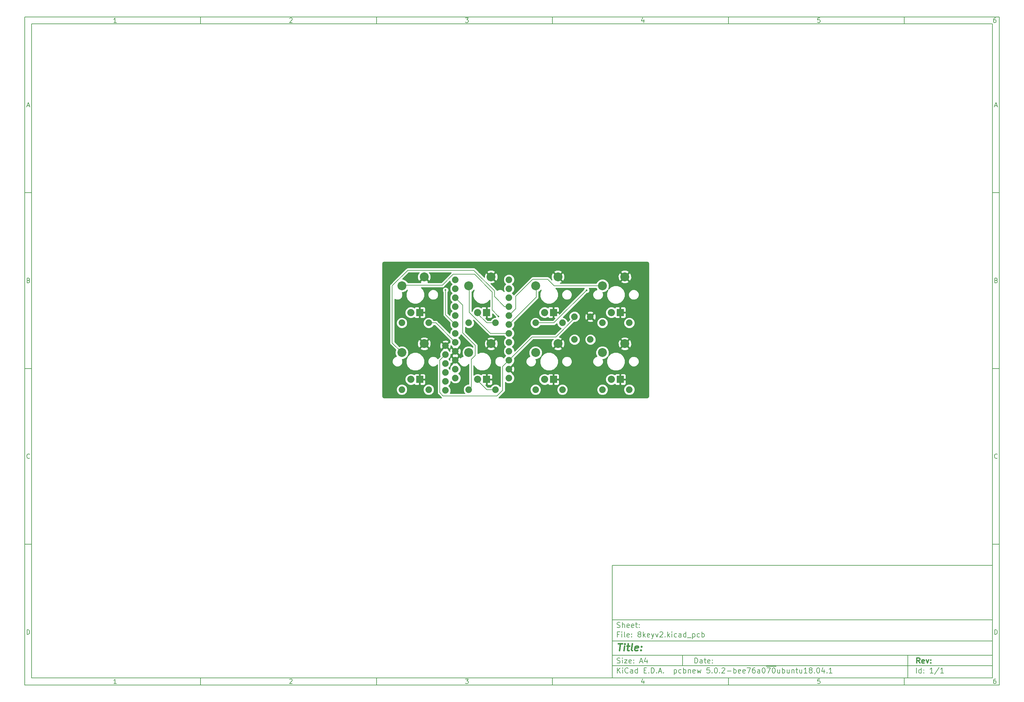
<source format=gbr>
G04 #@! TF.GenerationSoftware,KiCad,Pcbnew,5.0.2-bee76a0~70~ubuntu18.04.1*
G04 #@! TF.CreationDate,2019-02-02T15:30:55-05:00*
G04 #@! TF.ProjectId,8keyv2,386b6579-7632-42e6-9b69-6361645f7063,rev?*
G04 #@! TF.SameCoordinates,Original*
G04 #@! TF.FileFunction,Copper,L1,Top*
G04 #@! TF.FilePolarity,Positive*
%FSLAX46Y46*%
G04 Gerber Fmt 4.6, Leading zero omitted, Abs format (unit mm)*
G04 Created by KiCad (PCBNEW 5.0.2-bee76a0~70~ubuntu18.04.1) date Sat 02 Feb 2019 03:30:55 PM EST*
%MOMM*%
%LPD*%
G01*
G04 APERTURE LIST*
%ADD10C,0.100000*%
%ADD11C,0.150000*%
%ADD12C,0.300000*%
%ADD13C,0.400000*%
G04 #@! TA.AperFunction,ComponentPad*
%ADD14C,1.879600*%
G04 #@! TD*
G04 #@! TA.AperFunction,ComponentPad*
%ADD15C,2.540000*%
G04 #@! TD*
G04 #@! TA.AperFunction,ComponentPad*
%ADD16R,2.032000X2.032000*%
G04 #@! TD*
G04 #@! TA.AperFunction,ComponentPad*
%ADD17C,2.032000*%
G04 #@! TD*
G04 #@! TA.AperFunction,ViaPad*
%ADD18C,0.508000*%
G04 #@! TD*
G04 #@! TA.AperFunction,Conductor*
%ADD19C,0.152400*%
G04 #@! TD*
G04 #@! TA.AperFunction,Conductor*
%ADD20C,0.254000*%
G04 #@! TD*
G04 APERTURE END LIST*
D10*
D11*
X177002200Y-166007200D02*
X177002200Y-198007200D01*
X285002200Y-198007200D01*
X285002200Y-166007200D01*
X177002200Y-166007200D01*
D10*
D11*
X10000000Y-10000000D02*
X10000000Y-200007200D01*
X287002200Y-200007200D01*
X287002200Y-10000000D01*
X10000000Y-10000000D01*
D10*
D11*
X12000000Y-12000000D02*
X12000000Y-198007200D01*
X285002200Y-198007200D01*
X285002200Y-12000000D01*
X12000000Y-12000000D01*
D10*
D11*
X60000000Y-12000000D02*
X60000000Y-10000000D01*
D10*
D11*
X110000000Y-12000000D02*
X110000000Y-10000000D01*
D10*
D11*
X160000000Y-12000000D02*
X160000000Y-10000000D01*
D10*
D11*
X210000000Y-12000000D02*
X210000000Y-10000000D01*
D10*
D11*
X260000000Y-12000000D02*
X260000000Y-10000000D01*
D10*
D11*
X36065476Y-11588095D02*
X35322619Y-11588095D01*
X35694047Y-11588095D02*
X35694047Y-10288095D01*
X35570238Y-10473809D01*
X35446428Y-10597619D01*
X35322619Y-10659523D01*
D10*
D11*
X85322619Y-10411904D02*
X85384523Y-10350000D01*
X85508333Y-10288095D01*
X85817857Y-10288095D01*
X85941666Y-10350000D01*
X86003571Y-10411904D01*
X86065476Y-10535714D01*
X86065476Y-10659523D01*
X86003571Y-10845238D01*
X85260714Y-11588095D01*
X86065476Y-11588095D01*
D10*
D11*
X135260714Y-10288095D02*
X136065476Y-10288095D01*
X135632142Y-10783333D01*
X135817857Y-10783333D01*
X135941666Y-10845238D01*
X136003571Y-10907142D01*
X136065476Y-11030952D01*
X136065476Y-11340476D01*
X136003571Y-11464285D01*
X135941666Y-11526190D01*
X135817857Y-11588095D01*
X135446428Y-11588095D01*
X135322619Y-11526190D01*
X135260714Y-11464285D01*
D10*
D11*
X185941666Y-10721428D02*
X185941666Y-11588095D01*
X185632142Y-10226190D02*
X185322619Y-11154761D01*
X186127380Y-11154761D01*
D10*
D11*
X236003571Y-10288095D02*
X235384523Y-10288095D01*
X235322619Y-10907142D01*
X235384523Y-10845238D01*
X235508333Y-10783333D01*
X235817857Y-10783333D01*
X235941666Y-10845238D01*
X236003571Y-10907142D01*
X236065476Y-11030952D01*
X236065476Y-11340476D01*
X236003571Y-11464285D01*
X235941666Y-11526190D01*
X235817857Y-11588095D01*
X235508333Y-11588095D01*
X235384523Y-11526190D01*
X235322619Y-11464285D01*
D10*
D11*
X285941666Y-10288095D02*
X285694047Y-10288095D01*
X285570238Y-10350000D01*
X285508333Y-10411904D01*
X285384523Y-10597619D01*
X285322619Y-10845238D01*
X285322619Y-11340476D01*
X285384523Y-11464285D01*
X285446428Y-11526190D01*
X285570238Y-11588095D01*
X285817857Y-11588095D01*
X285941666Y-11526190D01*
X286003571Y-11464285D01*
X286065476Y-11340476D01*
X286065476Y-11030952D01*
X286003571Y-10907142D01*
X285941666Y-10845238D01*
X285817857Y-10783333D01*
X285570238Y-10783333D01*
X285446428Y-10845238D01*
X285384523Y-10907142D01*
X285322619Y-11030952D01*
D10*
D11*
X60000000Y-198007200D02*
X60000000Y-200007200D01*
D10*
D11*
X110000000Y-198007200D02*
X110000000Y-200007200D01*
D10*
D11*
X160000000Y-198007200D02*
X160000000Y-200007200D01*
D10*
D11*
X210000000Y-198007200D02*
X210000000Y-200007200D01*
D10*
D11*
X260000000Y-198007200D02*
X260000000Y-200007200D01*
D10*
D11*
X36065476Y-199595295D02*
X35322619Y-199595295D01*
X35694047Y-199595295D02*
X35694047Y-198295295D01*
X35570238Y-198481009D01*
X35446428Y-198604819D01*
X35322619Y-198666723D01*
D10*
D11*
X85322619Y-198419104D02*
X85384523Y-198357200D01*
X85508333Y-198295295D01*
X85817857Y-198295295D01*
X85941666Y-198357200D01*
X86003571Y-198419104D01*
X86065476Y-198542914D01*
X86065476Y-198666723D01*
X86003571Y-198852438D01*
X85260714Y-199595295D01*
X86065476Y-199595295D01*
D10*
D11*
X135260714Y-198295295D02*
X136065476Y-198295295D01*
X135632142Y-198790533D01*
X135817857Y-198790533D01*
X135941666Y-198852438D01*
X136003571Y-198914342D01*
X136065476Y-199038152D01*
X136065476Y-199347676D01*
X136003571Y-199471485D01*
X135941666Y-199533390D01*
X135817857Y-199595295D01*
X135446428Y-199595295D01*
X135322619Y-199533390D01*
X135260714Y-199471485D01*
D10*
D11*
X185941666Y-198728628D02*
X185941666Y-199595295D01*
X185632142Y-198233390D02*
X185322619Y-199161961D01*
X186127380Y-199161961D01*
D10*
D11*
X236003571Y-198295295D02*
X235384523Y-198295295D01*
X235322619Y-198914342D01*
X235384523Y-198852438D01*
X235508333Y-198790533D01*
X235817857Y-198790533D01*
X235941666Y-198852438D01*
X236003571Y-198914342D01*
X236065476Y-199038152D01*
X236065476Y-199347676D01*
X236003571Y-199471485D01*
X235941666Y-199533390D01*
X235817857Y-199595295D01*
X235508333Y-199595295D01*
X235384523Y-199533390D01*
X235322619Y-199471485D01*
D10*
D11*
X285941666Y-198295295D02*
X285694047Y-198295295D01*
X285570238Y-198357200D01*
X285508333Y-198419104D01*
X285384523Y-198604819D01*
X285322619Y-198852438D01*
X285322619Y-199347676D01*
X285384523Y-199471485D01*
X285446428Y-199533390D01*
X285570238Y-199595295D01*
X285817857Y-199595295D01*
X285941666Y-199533390D01*
X286003571Y-199471485D01*
X286065476Y-199347676D01*
X286065476Y-199038152D01*
X286003571Y-198914342D01*
X285941666Y-198852438D01*
X285817857Y-198790533D01*
X285570238Y-198790533D01*
X285446428Y-198852438D01*
X285384523Y-198914342D01*
X285322619Y-199038152D01*
D10*
D11*
X10000000Y-60000000D02*
X12000000Y-60000000D01*
D10*
D11*
X10000000Y-110000000D02*
X12000000Y-110000000D01*
D10*
D11*
X10000000Y-160000000D02*
X12000000Y-160000000D01*
D10*
D11*
X10690476Y-35216666D02*
X11309523Y-35216666D01*
X10566666Y-35588095D02*
X11000000Y-34288095D01*
X11433333Y-35588095D01*
D10*
D11*
X11092857Y-84907142D02*
X11278571Y-84969047D01*
X11340476Y-85030952D01*
X11402380Y-85154761D01*
X11402380Y-85340476D01*
X11340476Y-85464285D01*
X11278571Y-85526190D01*
X11154761Y-85588095D01*
X10659523Y-85588095D01*
X10659523Y-84288095D01*
X11092857Y-84288095D01*
X11216666Y-84350000D01*
X11278571Y-84411904D01*
X11340476Y-84535714D01*
X11340476Y-84659523D01*
X11278571Y-84783333D01*
X11216666Y-84845238D01*
X11092857Y-84907142D01*
X10659523Y-84907142D01*
D10*
D11*
X11402380Y-135464285D02*
X11340476Y-135526190D01*
X11154761Y-135588095D01*
X11030952Y-135588095D01*
X10845238Y-135526190D01*
X10721428Y-135402380D01*
X10659523Y-135278571D01*
X10597619Y-135030952D01*
X10597619Y-134845238D01*
X10659523Y-134597619D01*
X10721428Y-134473809D01*
X10845238Y-134350000D01*
X11030952Y-134288095D01*
X11154761Y-134288095D01*
X11340476Y-134350000D01*
X11402380Y-134411904D01*
D10*
D11*
X10659523Y-185588095D02*
X10659523Y-184288095D01*
X10969047Y-184288095D01*
X11154761Y-184350000D01*
X11278571Y-184473809D01*
X11340476Y-184597619D01*
X11402380Y-184845238D01*
X11402380Y-185030952D01*
X11340476Y-185278571D01*
X11278571Y-185402380D01*
X11154761Y-185526190D01*
X10969047Y-185588095D01*
X10659523Y-185588095D01*
D10*
D11*
X287002200Y-60000000D02*
X285002200Y-60000000D01*
D10*
D11*
X287002200Y-110000000D02*
X285002200Y-110000000D01*
D10*
D11*
X287002200Y-160000000D02*
X285002200Y-160000000D01*
D10*
D11*
X285692676Y-35216666D02*
X286311723Y-35216666D01*
X285568866Y-35588095D02*
X286002200Y-34288095D01*
X286435533Y-35588095D01*
D10*
D11*
X286095057Y-84907142D02*
X286280771Y-84969047D01*
X286342676Y-85030952D01*
X286404580Y-85154761D01*
X286404580Y-85340476D01*
X286342676Y-85464285D01*
X286280771Y-85526190D01*
X286156961Y-85588095D01*
X285661723Y-85588095D01*
X285661723Y-84288095D01*
X286095057Y-84288095D01*
X286218866Y-84350000D01*
X286280771Y-84411904D01*
X286342676Y-84535714D01*
X286342676Y-84659523D01*
X286280771Y-84783333D01*
X286218866Y-84845238D01*
X286095057Y-84907142D01*
X285661723Y-84907142D01*
D10*
D11*
X286404580Y-135464285D02*
X286342676Y-135526190D01*
X286156961Y-135588095D01*
X286033152Y-135588095D01*
X285847438Y-135526190D01*
X285723628Y-135402380D01*
X285661723Y-135278571D01*
X285599819Y-135030952D01*
X285599819Y-134845238D01*
X285661723Y-134597619D01*
X285723628Y-134473809D01*
X285847438Y-134350000D01*
X286033152Y-134288095D01*
X286156961Y-134288095D01*
X286342676Y-134350000D01*
X286404580Y-134411904D01*
D10*
D11*
X285661723Y-185588095D02*
X285661723Y-184288095D01*
X285971247Y-184288095D01*
X286156961Y-184350000D01*
X286280771Y-184473809D01*
X286342676Y-184597619D01*
X286404580Y-184845238D01*
X286404580Y-185030952D01*
X286342676Y-185278571D01*
X286280771Y-185402380D01*
X286156961Y-185526190D01*
X285971247Y-185588095D01*
X285661723Y-185588095D01*
D10*
D11*
X200434342Y-193785771D02*
X200434342Y-192285771D01*
X200791485Y-192285771D01*
X201005771Y-192357200D01*
X201148628Y-192500057D01*
X201220057Y-192642914D01*
X201291485Y-192928628D01*
X201291485Y-193142914D01*
X201220057Y-193428628D01*
X201148628Y-193571485D01*
X201005771Y-193714342D01*
X200791485Y-193785771D01*
X200434342Y-193785771D01*
X202577200Y-193785771D02*
X202577200Y-193000057D01*
X202505771Y-192857200D01*
X202362914Y-192785771D01*
X202077200Y-192785771D01*
X201934342Y-192857200D01*
X202577200Y-193714342D02*
X202434342Y-193785771D01*
X202077200Y-193785771D01*
X201934342Y-193714342D01*
X201862914Y-193571485D01*
X201862914Y-193428628D01*
X201934342Y-193285771D01*
X202077200Y-193214342D01*
X202434342Y-193214342D01*
X202577200Y-193142914D01*
X203077200Y-192785771D02*
X203648628Y-192785771D01*
X203291485Y-192285771D02*
X203291485Y-193571485D01*
X203362914Y-193714342D01*
X203505771Y-193785771D01*
X203648628Y-193785771D01*
X204720057Y-193714342D02*
X204577200Y-193785771D01*
X204291485Y-193785771D01*
X204148628Y-193714342D01*
X204077200Y-193571485D01*
X204077200Y-193000057D01*
X204148628Y-192857200D01*
X204291485Y-192785771D01*
X204577200Y-192785771D01*
X204720057Y-192857200D01*
X204791485Y-193000057D01*
X204791485Y-193142914D01*
X204077200Y-193285771D01*
X205434342Y-193642914D02*
X205505771Y-193714342D01*
X205434342Y-193785771D01*
X205362914Y-193714342D01*
X205434342Y-193642914D01*
X205434342Y-193785771D01*
X205434342Y-192857200D02*
X205505771Y-192928628D01*
X205434342Y-193000057D01*
X205362914Y-192928628D01*
X205434342Y-192857200D01*
X205434342Y-193000057D01*
D10*
D11*
X177002200Y-194507200D02*
X285002200Y-194507200D01*
D10*
D11*
X178434342Y-196585771D02*
X178434342Y-195085771D01*
X179291485Y-196585771D02*
X178648628Y-195728628D01*
X179291485Y-195085771D02*
X178434342Y-195942914D01*
X179934342Y-196585771D02*
X179934342Y-195585771D01*
X179934342Y-195085771D02*
X179862914Y-195157200D01*
X179934342Y-195228628D01*
X180005771Y-195157200D01*
X179934342Y-195085771D01*
X179934342Y-195228628D01*
X181505771Y-196442914D02*
X181434342Y-196514342D01*
X181220057Y-196585771D01*
X181077200Y-196585771D01*
X180862914Y-196514342D01*
X180720057Y-196371485D01*
X180648628Y-196228628D01*
X180577200Y-195942914D01*
X180577200Y-195728628D01*
X180648628Y-195442914D01*
X180720057Y-195300057D01*
X180862914Y-195157200D01*
X181077200Y-195085771D01*
X181220057Y-195085771D01*
X181434342Y-195157200D01*
X181505771Y-195228628D01*
X182791485Y-196585771D02*
X182791485Y-195800057D01*
X182720057Y-195657200D01*
X182577200Y-195585771D01*
X182291485Y-195585771D01*
X182148628Y-195657200D01*
X182791485Y-196514342D02*
X182648628Y-196585771D01*
X182291485Y-196585771D01*
X182148628Y-196514342D01*
X182077200Y-196371485D01*
X182077200Y-196228628D01*
X182148628Y-196085771D01*
X182291485Y-196014342D01*
X182648628Y-196014342D01*
X182791485Y-195942914D01*
X184148628Y-196585771D02*
X184148628Y-195085771D01*
X184148628Y-196514342D02*
X184005771Y-196585771D01*
X183720057Y-196585771D01*
X183577200Y-196514342D01*
X183505771Y-196442914D01*
X183434342Y-196300057D01*
X183434342Y-195871485D01*
X183505771Y-195728628D01*
X183577200Y-195657200D01*
X183720057Y-195585771D01*
X184005771Y-195585771D01*
X184148628Y-195657200D01*
X186005771Y-195800057D02*
X186505771Y-195800057D01*
X186720057Y-196585771D02*
X186005771Y-196585771D01*
X186005771Y-195085771D01*
X186720057Y-195085771D01*
X187362914Y-196442914D02*
X187434342Y-196514342D01*
X187362914Y-196585771D01*
X187291485Y-196514342D01*
X187362914Y-196442914D01*
X187362914Y-196585771D01*
X188077200Y-196585771D02*
X188077200Y-195085771D01*
X188434342Y-195085771D01*
X188648628Y-195157200D01*
X188791485Y-195300057D01*
X188862914Y-195442914D01*
X188934342Y-195728628D01*
X188934342Y-195942914D01*
X188862914Y-196228628D01*
X188791485Y-196371485D01*
X188648628Y-196514342D01*
X188434342Y-196585771D01*
X188077200Y-196585771D01*
X189577200Y-196442914D02*
X189648628Y-196514342D01*
X189577200Y-196585771D01*
X189505771Y-196514342D01*
X189577200Y-196442914D01*
X189577200Y-196585771D01*
X190220057Y-196157200D02*
X190934342Y-196157200D01*
X190077200Y-196585771D02*
X190577200Y-195085771D01*
X191077200Y-196585771D01*
X191577200Y-196442914D02*
X191648628Y-196514342D01*
X191577200Y-196585771D01*
X191505771Y-196514342D01*
X191577200Y-196442914D01*
X191577200Y-196585771D01*
X194577200Y-195585771D02*
X194577200Y-197085771D01*
X194577200Y-195657200D02*
X194720057Y-195585771D01*
X195005771Y-195585771D01*
X195148628Y-195657200D01*
X195220057Y-195728628D01*
X195291485Y-195871485D01*
X195291485Y-196300057D01*
X195220057Y-196442914D01*
X195148628Y-196514342D01*
X195005771Y-196585771D01*
X194720057Y-196585771D01*
X194577200Y-196514342D01*
X196577200Y-196514342D02*
X196434342Y-196585771D01*
X196148628Y-196585771D01*
X196005771Y-196514342D01*
X195934342Y-196442914D01*
X195862914Y-196300057D01*
X195862914Y-195871485D01*
X195934342Y-195728628D01*
X196005771Y-195657200D01*
X196148628Y-195585771D01*
X196434342Y-195585771D01*
X196577200Y-195657200D01*
X197220057Y-196585771D02*
X197220057Y-195085771D01*
X197220057Y-195657200D02*
X197362914Y-195585771D01*
X197648628Y-195585771D01*
X197791485Y-195657200D01*
X197862914Y-195728628D01*
X197934342Y-195871485D01*
X197934342Y-196300057D01*
X197862914Y-196442914D01*
X197791485Y-196514342D01*
X197648628Y-196585771D01*
X197362914Y-196585771D01*
X197220057Y-196514342D01*
X198577200Y-195585771D02*
X198577200Y-196585771D01*
X198577200Y-195728628D02*
X198648628Y-195657200D01*
X198791485Y-195585771D01*
X199005771Y-195585771D01*
X199148628Y-195657200D01*
X199220057Y-195800057D01*
X199220057Y-196585771D01*
X200505771Y-196514342D02*
X200362914Y-196585771D01*
X200077200Y-196585771D01*
X199934342Y-196514342D01*
X199862914Y-196371485D01*
X199862914Y-195800057D01*
X199934342Y-195657200D01*
X200077200Y-195585771D01*
X200362914Y-195585771D01*
X200505771Y-195657200D01*
X200577200Y-195800057D01*
X200577200Y-195942914D01*
X199862914Y-196085771D01*
X201077200Y-195585771D02*
X201362914Y-196585771D01*
X201648628Y-195871485D01*
X201934342Y-196585771D01*
X202220057Y-195585771D01*
X204648628Y-195085771D02*
X203934342Y-195085771D01*
X203862914Y-195800057D01*
X203934342Y-195728628D01*
X204077200Y-195657200D01*
X204434342Y-195657200D01*
X204577200Y-195728628D01*
X204648628Y-195800057D01*
X204720057Y-195942914D01*
X204720057Y-196300057D01*
X204648628Y-196442914D01*
X204577200Y-196514342D01*
X204434342Y-196585771D01*
X204077200Y-196585771D01*
X203934342Y-196514342D01*
X203862914Y-196442914D01*
X205362914Y-196442914D02*
X205434342Y-196514342D01*
X205362914Y-196585771D01*
X205291485Y-196514342D01*
X205362914Y-196442914D01*
X205362914Y-196585771D01*
X206362914Y-195085771D02*
X206505771Y-195085771D01*
X206648628Y-195157200D01*
X206720057Y-195228628D01*
X206791485Y-195371485D01*
X206862914Y-195657200D01*
X206862914Y-196014342D01*
X206791485Y-196300057D01*
X206720057Y-196442914D01*
X206648628Y-196514342D01*
X206505771Y-196585771D01*
X206362914Y-196585771D01*
X206220057Y-196514342D01*
X206148628Y-196442914D01*
X206077200Y-196300057D01*
X206005771Y-196014342D01*
X206005771Y-195657200D01*
X206077200Y-195371485D01*
X206148628Y-195228628D01*
X206220057Y-195157200D01*
X206362914Y-195085771D01*
X207505771Y-196442914D02*
X207577200Y-196514342D01*
X207505771Y-196585771D01*
X207434342Y-196514342D01*
X207505771Y-196442914D01*
X207505771Y-196585771D01*
X208148628Y-195228628D02*
X208220057Y-195157200D01*
X208362914Y-195085771D01*
X208720057Y-195085771D01*
X208862914Y-195157200D01*
X208934342Y-195228628D01*
X209005771Y-195371485D01*
X209005771Y-195514342D01*
X208934342Y-195728628D01*
X208077200Y-196585771D01*
X209005771Y-196585771D01*
X209648628Y-196014342D02*
X210791485Y-196014342D01*
X211505771Y-196585771D02*
X211505771Y-195085771D01*
X211505771Y-195657200D02*
X211648628Y-195585771D01*
X211934342Y-195585771D01*
X212077200Y-195657200D01*
X212148628Y-195728628D01*
X212220057Y-195871485D01*
X212220057Y-196300057D01*
X212148628Y-196442914D01*
X212077200Y-196514342D01*
X211934342Y-196585771D01*
X211648628Y-196585771D01*
X211505771Y-196514342D01*
X213434342Y-196514342D02*
X213291485Y-196585771D01*
X213005771Y-196585771D01*
X212862914Y-196514342D01*
X212791485Y-196371485D01*
X212791485Y-195800057D01*
X212862914Y-195657200D01*
X213005771Y-195585771D01*
X213291485Y-195585771D01*
X213434342Y-195657200D01*
X213505771Y-195800057D01*
X213505771Y-195942914D01*
X212791485Y-196085771D01*
X214720057Y-196514342D02*
X214577200Y-196585771D01*
X214291485Y-196585771D01*
X214148628Y-196514342D01*
X214077200Y-196371485D01*
X214077200Y-195800057D01*
X214148628Y-195657200D01*
X214291485Y-195585771D01*
X214577200Y-195585771D01*
X214720057Y-195657200D01*
X214791485Y-195800057D01*
X214791485Y-195942914D01*
X214077200Y-196085771D01*
X215291485Y-195085771D02*
X216291485Y-195085771D01*
X215648628Y-196585771D01*
X217505771Y-195085771D02*
X217220057Y-195085771D01*
X217077200Y-195157200D01*
X217005771Y-195228628D01*
X216862914Y-195442914D01*
X216791485Y-195728628D01*
X216791485Y-196300057D01*
X216862914Y-196442914D01*
X216934342Y-196514342D01*
X217077200Y-196585771D01*
X217362914Y-196585771D01*
X217505771Y-196514342D01*
X217577200Y-196442914D01*
X217648628Y-196300057D01*
X217648628Y-195942914D01*
X217577200Y-195800057D01*
X217505771Y-195728628D01*
X217362914Y-195657200D01*
X217077200Y-195657200D01*
X216934342Y-195728628D01*
X216862914Y-195800057D01*
X216791485Y-195942914D01*
X218934342Y-196585771D02*
X218934342Y-195800057D01*
X218862914Y-195657200D01*
X218720057Y-195585771D01*
X218434342Y-195585771D01*
X218291485Y-195657200D01*
X218934342Y-196514342D02*
X218791485Y-196585771D01*
X218434342Y-196585771D01*
X218291485Y-196514342D01*
X218220057Y-196371485D01*
X218220057Y-196228628D01*
X218291485Y-196085771D01*
X218434342Y-196014342D01*
X218791485Y-196014342D01*
X218934342Y-195942914D01*
X219934342Y-195085771D02*
X220077200Y-195085771D01*
X220220057Y-195157200D01*
X220291485Y-195228628D01*
X220362914Y-195371485D01*
X220434342Y-195657200D01*
X220434342Y-196014342D01*
X220362914Y-196300057D01*
X220291485Y-196442914D01*
X220220057Y-196514342D01*
X220077200Y-196585771D01*
X219934342Y-196585771D01*
X219791485Y-196514342D01*
X219720057Y-196442914D01*
X219648628Y-196300057D01*
X219577200Y-196014342D01*
X219577200Y-195657200D01*
X219648628Y-195371485D01*
X219720057Y-195228628D01*
X219791485Y-195157200D01*
X219934342Y-195085771D01*
X220720057Y-194677200D02*
X222148628Y-194677200D01*
X220934342Y-195085771D02*
X221934342Y-195085771D01*
X221291485Y-196585771D01*
X222148628Y-194677200D02*
X223577200Y-194677200D01*
X222791485Y-195085771D02*
X222934342Y-195085771D01*
X223077200Y-195157200D01*
X223148628Y-195228628D01*
X223220057Y-195371485D01*
X223291485Y-195657200D01*
X223291485Y-196014342D01*
X223220057Y-196300057D01*
X223148628Y-196442914D01*
X223077200Y-196514342D01*
X222934342Y-196585771D01*
X222791485Y-196585771D01*
X222648628Y-196514342D01*
X222577200Y-196442914D01*
X222505771Y-196300057D01*
X222434342Y-196014342D01*
X222434342Y-195657200D01*
X222505771Y-195371485D01*
X222577200Y-195228628D01*
X222648628Y-195157200D01*
X222791485Y-195085771D01*
X224577200Y-195585771D02*
X224577200Y-196585771D01*
X223934342Y-195585771D02*
X223934342Y-196371485D01*
X224005771Y-196514342D01*
X224148628Y-196585771D01*
X224362914Y-196585771D01*
X224505771Y-196514342D01*
X224577200Y-196442914D01*
X225291485Y-196585771D02*
X225291485Y-195085771D01*
X225291485Y-195657200D02*
X225434342Y-195585771D01*
X225720057Y-195585771D01*
X225862914Y-195657200D01*
X225934342Y-195728628D01*
X226005771Y-195871485D01*
X226005771Y-196300057D01*
X225934342Y-196442914D01*
X225862914Y-196514342D01*
X225720057Y-196585771D01*
X225434342Y-196585771D01*
X225291485Y-196514342D01*
X227291485Y-195585771D02*
X227291485Y-196585771D01*
X226648628Y-195585771D02*
X226648628Y-196371485D01*
X226720057Y-196514342D01*
X226862914Y-196585771D01*
X227077200Y-196585771D01*
X227220057Y-196514342D01*
X227291485Y-196442914D01*
X228005771Y-195585771D02*
X228005771Y-196585771D01*
X228005771Y-195728628D02*
X228077200Y-195657200D01*
X228220057Y-195585771D01*
X228434342Y-195585771D01*
X228577200Y-195657200D01*
X228648628Y-195800057D01*
X228648628Y-196585771D01*
X229148628Y-195585771D02*
X229720057Y-195585771D01*
X229362914Y-195085771D02*
X229362914Y-196371485D01*
X229434342Y-196514342D01*
X229577200Y-196585771D01*
X229720057Y-196585771D01*
X230862914Y-195585771D02*
X230862914Y-196585771D01*
X230220057Y-195585771D02*
X230220057Y-196371485D01*
X230291485Y-196514342D01*
X230434342Y-196585771D01*
X230648628Y-196585771D01*
X230791485Y-196514342D01*
X230862914Y-196442914D01*
X232362914Y-196585771D02*
X231505771Y-196585771D01*
X231934342Y-196585771D02*
X231934342Y-195085771D01*
X231791485Y-195300057D01*
X231648628Y-195442914D01*
X231505771Y-195514342D01*
X233220057Y-195728628D02*
X233077200Y-195657200D01*
X233005771Y-195585771D01*
X232934342Y-195442914D01*
X232934342Y-195371485D01*
X233005771Y-195228628D01*
X233077200Y-195157200D01*
X233220057Y-195085771D01*
X233505771Y-195085771D01*
X233648628Y-195157200D01*
X233720057Y-195228628D01*
X233791485Y-195371485D01*
X233791485Y-195442914D01*
X233720057Y-195585771D01*
X233648628Y-195657200D01*
X233505771Y-195728628D01*
X233220057Y-195728628D01*
X233077200Y-195800057D01*
X233005771Y-195871485D01*
X232934342Y-196014342D01*
X232934342Y-196300057D01*
X233005771Y-196442914D01*
X233077200Y-196514342D01*
X233220057Y-196585771D01*
X233505771Y-196585771D01*
X233648628Y-196514342D01*
X233720057Y-196442914D01*
X233791485Y-196300057D01*
X233791485Y-196014342D01*
X233720057Y-195871485D01*
X233648628Y-195800057D01*
X233505771Y-195728628D01*
X234434342Y-196442914D02*
X234505771Y-196514342D01*
X234434342Y-196585771D01*
X234362914Y-196514342D01*
X234434342Y-196442914D01*
X234434342Y-196585771D01*
X235434342Y-195085771D02*
X235577200Y-195085771D01*
X235720057Y-195157200D01*
X235791485Y-195228628D01*
X235862914Y-195371485D01*
X235934342Y-195657200D01*
X235934342Y-196014342D01*
X235862914Y-196300057D01*
X235791485Y-196442914D01*
X235720057Y-196514342D01*
X235577200Y-196585771D01*
X235434342Y-196585771D01*
X235291485Y-196514342D01*
X235220057Y-196442914D01*
X235148628Y-196300057D01*
X235077200Y-196014342D01*
X235077200Y-195657200D01*
X235148628Y-195371485D01*
X235220057Y-195228628D01*
X235291485Y-195157200D01*
X235434342Y-195085771D01*
X237220057Y-195585771D02*
X237220057Y-196585771D01*
X236862914Y-195014342D02*
X236505771Y-196085771D01*
X237434342Y-196085771D01*
X238005771Y-196442914D02*
X238077199Y-196514342D01*
X238005771Y-196585771D01*
X237934342Y-196514342D01*
X238005771Y-196442914D01*
X238005771Y-196585771D01*
X239505771Y-196585771D02*
X238648628Y-196585771D01*
X239077200Y-196585771D02*
X239077200Y-195085771D01*
X238934342Y-195300057D01*
X238791485Y-195442914D01*
X238648628Y-195514342D01*
D10*
D11*
X177002200Y-191507200D02*
X285002200Y-191507200D01*
D10*
D12*
X264411485Y-193785771D02*
X263911485Y-193071485D01*
X263554342Y-193785771D02*
X263554342Y-192285771D01*
X264125771Y-192285771D01*
X264268628Y-192357200D01*
X264340057Y-192428628D01*
X264411485Y-192571485D01*
X264411485Y-192785771D01*
X264340057Y-192928628D01*
X264268628Y-193000057D01*
X264125771Y-193071485D01*
X263554342Y-193071485D01*
X265625771Y-193714342D02*
X265482914Y-193785771D01*
X265197200Y-193785771D01*
X265054342Y-193714342D01*
X264982914Y-193571485D01*
X264982914Y-193000057D01*
X265054342Y-192857200D01*
X265197200Y-192785771D01*
X265482914Y-192785771D01*
X265625771Y-192857200D01*
X265697200Y-193000057D01*
X265697200Y-193142914D01*
X264982914Y-193285771D01*
X266197200Y-192785771D02*
X266554342Y-193785771D01*
X266911485Y-192785771D01*
X267482914Y-193642914D02*
X267554342Y-193714342D01*
X267482914Y-193785771D01*
X267411485Y-193714342D01*
X267482914Y-193642914D01*
X267482914Y-193785771D01*
X267482914Y-192857200D02*
X267554342Y-192928628D01*
X267482914Y-193000057D01*
X267411485Y-192928628D01*
X267482914Y-192857200D01*
X267482914Y-193000057D01*
D10*
D11*
X178362914Y-193714342D02*
X178577200Y-193785771D01*
X178934342Y-193785771D01*
X179077200Y-193714342D01*
X179148628Y-193642914D01*
X179220057Y-193500057D01*
X179220057Y-193357200D01*
X179148628Y-193214342D01*
X179077200Y-193142914D01*
X178934342Y-193071485D01*
X178648628Y-193000057D01*
X178505771Y-192928628D01*
X178434342Y-192857200D01*
X178362914Y-192714342D01*
X178362914Y-192571485D01*
X178434342Y-192428628D01*
X178505771Y-192357200D01*
X178648628Y-192285771D01*
X179005771Y-192285771D01*
X179220057Y-192357200D01*
X179862914Y-193785771D02*
X179862914Y-192785771D01*
X179862914Y-192285771D02*
X179791485Y-192357200D01*
X179862914Y-192428628D01*
X179934342Y-192357200D01*
X179862914Y-192285771D01*
X179862914Y-192428628D01*
X180434342Y-192785771D02*
X181220057Y-192785771D01*
X180434342Y-193785771D01*
X181220057Y-193785771D01*
X182362914Y-193714342D02*
X182220057Y-193785771D01*
X181934342Y-193785771D01*
X181791485Y-193714342D01*
X181720057Y-193571485D01*
X181720057Y-193000057D01*
X181791485Y-192857200D01*
X181934342Y-192785771D01*
X182220057Y-192785771D01*
X182362914Y-192857200D01*
X182434342Y-193000057D01*
X182434342Y-193142914D01*
X181720057Y-193285771D01*
X183077200Y-193642914D02*
X183148628Y-193714342D01*
X183077200Y-193785771D01*
X183005771Y-193714342D01*
X183077200Y-193642914D01*
X183077200Y-193785771D01*
X183077200Y-192857200D02*
X183148628Y-192928628D01*
X183077200Y-193000057D01*
X183005771Y-192928628D01*
X183077200Y-192857200D01*
X183077200Y-193000057D01*
X184862914Y-193357200D02*
X185577200Y-193357200D01*
X184720057Y-193785771D02*
X185220057Y-192285771D01*
X185720057Y-193785771D01*
X186862914Y-192785771D02*
X186862914Y-193785771D01*
X186505771Y-192214342D02*
X186148628Y-193285771D01*
X187077200Y-193285771D01*
D10*
D11*
X263434342Y-196585771D02*
X263434342Y-195085771D01*
X264791485Y-196585771D02*
X264791485Y-195085771D01*
X264791485Y-196514342D02*
X264648628Y-196585771D01*
X264362914Y-196585771D01*
X264220057Y-196514342D01*
X264148628Y-196442914D01*
X264077200Y-196300057D01*
X264077200Y-195871485D01*
X264148628Y-195728628D01*
X264220057Y-195657200D01*
X264362914Y-195585771D01*
X264648628Y-195585771D01*
X264791485Y-195657200D01*
X265505771Y-196442914D02*
X265577200Y-196514342D01*
X265505771Y-196585771D01*
X265434342Y-196514342D01*
X265505771Y-196442914D01*
X265505771Y-196585771D01*
X265505771Y-195657200D02*
X265577200Y-195728628D01*
X265505771Y-195800057D01*
X265434342Y-195728628D01*
X265505771Y-195657200D01*
X265505771Y-195800057D01*
X268148628Y-196585771D02*
X267291485Y-196585771D01*
X267720057Y-196585771D02*
X267720057Y-195085771D01*
X267577200Y-195300057D01*
X267434342Y-195442914D01*
X267291485Y-195514342D01*
X269862914Y-195014342D02*
X268577200Y-196942914D01*
X271148628Y-196585771D02*
X270291485Y-196585771D01*
X270720057Y-196585771D02*
X270720057Y-195085771D01*
X270577200Y-195300057D01*
X270434342Y-195442914D01*
X270291485Y-195514342D01*
D10*
D11*
X177002200Y-187507200D02*
X285002200Y-187507200D01*
D10*
D13*
X178714580Y-188211961D02*
X179857438Y-188211961D01*
X179036009Y-190211961D02*
X179286009Y-188211961D01*
X180274104Y-190211961D02*
X180440771Y-188878628D01*
X180524104Y-188211961D02*
X180416961Y-188307200D01*
X180500295Y-188402438D01*
X180607438Y-188307200D01*
X180524104Y-188211961D01*
X180500295Y-188402438D01*
X181107438Y-188878628D02*
X181869342Y-188878628D01*
X181476485Y-188211961D02*
X181262200Y-189926247D01*
X181333628Y-190116723D01*
X181512200Y-190211961D01*
X181702676Y-190211961D01*
X182655057Y-190211961D02*
X182476485Y-190116723D01*
X182405057Y-189926247D01*
X182619342Y-188211961D01*
X184190771Y-190116723D02*
X183988390Y-190211961D01*
X183607438Y-190211961D01*
X183428866Y-190116723D01*
X183357438Y-189926247D01*
X183452676Y-189164342D01*
X183571723Y-188973866D01*
X183774104Y-188878628D01*
X184155057Y-188878628D01*
X184333628Y-188973866D01*
X184405057Y-189164342D01*
X184381247Y-189354819D01*
X183405057Y-189545295D01*
X185155057Y-190021485D02*
X185238390Y-190116723D01*
X185131247Y-190211961D01*
X185047914Y-190116723D01*
X185155057Y-190021485D01*
X185131247Y-190211961D01*
X185286009Y-188973866D02*
X185369342Y-189069104D01*
X185262200Y-189164342D01*
X185178866Y-189069104D01*
X185286009Y-188973866D01*
X185262200Y-189164342D01*
D10*
D11*
X178934342Y-185600057D02*
X178434342Y-185600057D01*
X178434342Y-186385771D02*
X178434342Y-184885771D01*
X179148628Y-184885771D01*
X179720057Y-186385771D02*
X179720057Y-185385771D01*
X179720057Y-184885771D02*
X179648628Y-184957200D01*
X179720057Y-185028628D01*
X179791485Y-184957200D01*
X179720057Y-184885771D01*
X179720057Y-185028628D01*
X180648628Y-186385771D02*
X180505771Y-186314342D01*
X180434342Y-186171485D01*
X180434342Y-184885771D01*
X181791485Y-186314342D02*
X181648628Y-186385771D01*
X181362914Y-186385771D01*
X181220057Y-186314342D01*
X181148628Y-186171485D01*
X181148628Y-185600057D01*
X181220057Y-185457200D01*
X181362914Y-185385771D01*
X181648628Y-185385771D01*
X181791485Y-185457200D01*
X181862914Y-185600057D01*
X181862914Y-185742914D01*
X181148628Y-185885771D01*
X182505771Y-186242914D02*
X182577200Y-186314342D01*
X182505771Y-186385771D01*
X182434342Y-186314342D01*
X182505771Y-186242914D01*
X182505771Y-186385771D01*
X182505771Y-185457200D02*
X182577200Y-185528628D01*
X182505771Y-185600057D01*
X182434342Y-185528628D01*
X182505771Y-185457200D01*
X182505771Y-185600057D01*
X184577200Y-185528628D02*
X184434342Y-185457200D01*
X184362914Y-185385771D01*
X184291485Y-185242914D01*
X184291485Y-185171485D01*
X184362914Y-185028628D01*
X184434342Y-184957200D01*
X184577200Y-184885771D01*
X184862914Y-184885771D01*
X185005771Y-184957200D01*
X185077200Y-185028628D01*
X185148628Y-185171485D01*
X185148628Y-185242914D01*
X185077200Y-185385771D01*
X185005771Y-185457200D01*
X184862914Y-185528628D01*
X184577200Y-185528628D01*
X184434342Y-185600057D01*
X184362914Y-185671485D01*
X184291485Y-185814342D01*
X184291485Y-186100057D01*
X184362914Y-186242914D01*
X184434342Y-186314342D01*
X184577200Y-186385771D01*
X184862914Y-186385771D01*
X185005771Y-186314342D01*
X185077200Y-186242914D01*
X185148628Y-186100057D01*
X185148628Y-185814342D01*
X185077200Y-185671485D01*
X185005771Y-185600057D01*
X184862914Y-185528628D01*
X185791485Y-186385771D02*
X185791485Y-184885771D01*
X185934342Y-185814342D02*
X186362914Y-186385771D01*
X186362914Y-185385771D02*
X185791485Y-185957200D01*
X187577200Y-186314342D02*
X187434342Y-186385771D01*
X187148628Y-186385771D01*
X187005771Y-186314342D01*
X186934342Y-186171485D01*
X186934342Y-185600057D01*
X187005771Y-185457200D01*
X187148628Y-185385771D01*
X187434342Y-185385771D01*
X187577200Y-185457200D01*
X187648628Y-185600057D01*
X187648628Y-185742914D01*
X186934342Y-185885771D01*
X188148628Y-185385771D02*
X188505771Y-186385771D01*
X188862914Y-185385771D02*
X188505771Y-186385771D01*
X188362914Y-186742914D01*
X188291485Y-186814342D01*
X188148628Y-186885771D01*
X189291485Y-185385771D02*
X189648628Y-186385771D01*
X190005771Y-185385771D01*
X190505771Y-185028628D02*
X190577200Y-184957200D01*
X190720057Y-184885771D01*
X191077200Y-184885771D01*
X191220057Y-184957200D01*
X191291485Y-185028628D01*
X191362914Y-185171485D01*
X191362914Y-185314342D01*
X191291485Y-185528628D01*
X190434342Y-186385771D01*
X191362914Y-186385771D01*
X192005771Y-186242914D02*
X192077200Y-186314342D01*
X192005771Y-186385771D01*
X191934342Y-186314342D01*
X192005771Y-186242914D01*
X192005771Y-186385771D01*
X192720057Y-186385771D02*
X192720057Y-184885771D01*
X192862914Y-185814342D02*
X193291485Y-186385771D01*
X193291485Y-185385771D02*
X192720057Y-185957200D01*
X193934342Y-186385771D02*
X193934342Y-185385771D01*
X193934342Y-184885771D02*
X193862914Y-184957200D01*
X193934342Y-185028628D01*
X194005771Y-184957200D01*
X193934342Y-184885771D01*
X193934342Y-185028628D01*
X195291485Y-186314342D02*
X195148628Y-186385771D01*
X194862914Y-186385771D01*
X194720057Y-186314342D01*
X194648628Y-186242914D01*
X194577200Y-186100057D01*
X194577200Y-185671485D01*
X194648628Y-185528628D01*
X194720057Y-185457200D01*
X194862914Y-185385771D01*
X195148628Y-185385771D01*
X195291485Y-185457200D01*
X196577200Y-186385771D02*
X196577200Y-185600057D01*
X196505771Y-185457200D01*
X196362914Y-185385771D01*
X196077200Y-185385771D01*
X195934342Y-185457200D01*
X196577200Y-186314342D02*
X196434342Y-186385771D01*
X196077200Y-186385771D01*
X195934342Y-186314342D01*
X195862914Y-186171485D01*
X195862914Y-186028628D01*
X195934342Y-185885771D01*
X196077200Y-185814342D01*
X196434342Y-185814342D01*
X196577200Y-185742914D01*
X197934342Y-186385771D02*
X197934342Y-184885771D01*
X197934342Y-186314342D02*
X197791485Y-186385771D01*
X197505771Y-186385771D01*
X197362914Y-186314342D01*
X197291485Y-186242914D01*
X197220057Y-186100057D01*
X197220057Y-185671485D01*
X197291485Y-185528628D01*
X197362914Y-185457200D01*
X197505771Y-185385771D01*
X197791485Y-185385771D01*
X197934342Y-185457200D01*
X198291485Y-186528628D02*
X199434342Y-186528628D01*
X199791485Y-185385771D02*
X199791485Y-186885771D01*
X199791485Y-185457200D02*
X199934342Y-185385771D01*
X200220057Y-185385771D01*
X200362914Y-185457200D01*
X200434342Y-185528628D01*
X200505771Y-185671485D01*
X200505771Y-186100057D01*
X200434342Y-186242914D01*
X200362914Y-186314342D01*
X200220057Y-186385771D01*
X199934342Y-186385771D01*
X199791485Y-186314342D01*
X201791485Y-186314342D02*
X201648628Y-186385771D01*
X201362914Y-186385771D01*
X201220057Y-186314342D01*
X201148628Y-186242914D01*
X201077200Y-186100057D01*
X201077200Y-185671485D01*
X201148628Y-185528628D01*
X201220057Y-185457200D01*
X201362914Y-185385771D01*
X201648628Y-185385771D01*
X201791485Y-185457200D01*
X202434342Y-186385771D02*
X202434342Y-184885771D01*
X202434342Y-185457200D02*
X202577200Y-185385771D01*
X202862914Y-185385771D01*
X203005771Y-185457200D01*
X203077200Y-185528628D01*
X203148628Y-185671485D01*
X203148628Y-186100057D01*
X203077200Y-186242914D01*
X203005771Y-186314342D01*
X202862914Y-186385771D01*
X202577200Y-186385771D01*
X202434342Y-186314342D01*
D10*
D11*
X177002200Y-181507200D02*
X285002200Y-181507200D01*
D10*
D11*
X178362914Y-183614342D02*
X178577200Y-183685771D01*
X178934342Y-183685771D01*
X179077200Y-183614342D01*
X179148628Y-183542914D01*
X179220057Y-183400057D01*
X179220057Y-183257200D01*
X179148628Y-183114342D01*
X179077200Y-183042914D01*
X178934342Y-182971485D01*
X178648628Y-182900057D01*
X178505771Y-182828628D01*
X178434342Y-182757200D01*
X178362914Y-182614342D01*
X178362914Y-182471485D01*
X178434342Y-182328628D01*
X178505771Y-182257200D01*
X178648628Y-182185771D01*
X179005771Y-182185771D01*
X179220057Y-182257200D01*
X179862914Y-183685771D02*
X179862914Y-182185771D01*
X180505771Y-183685771D02*
X180505771Y-182900057D01*
X180434342Y-182757200D01*
X180291485Y-182685771D01*
X180077200Y-182685771D01*
X179934342Y-182757200D01*
X179862914Y-182828628D01*
X181791485Y-183614342D02*
X181648628Y-183685771D01*
X181362914Y-183685771D01*
X181220057Y-183614342D01*
X181148628Y-183471485D01*
X181148628Y-182900057D01*
X181220057Y-182757200D01*
X181362914Y-182685771D01*
X181648628Y-182685771D01*
X181791485Y-182757200D01*
X181862914Y-182900057D01*
X181862914Y-183042914D01*
X181148628Y-183185771D01*
X183077200Y-183614342D02*
X182934342Y-183685771D01*
X182648628Y-183685771D01*
X182505771Y-183614342D01*
X182434342Y-183471485D01*
X182434342Y-182900057D01*
X182505771Y-182757200D01*
X182648628Y-182685771D01*
X182934342Y-182685771D01*
X183077200Y-182757200D01*
X183148628Y-182900057D01*
X183148628Y-183042914D01*
X182434342Y-183185771D01*
X183577200Y-182685771D02*
X184148628Y-182685771D01*
X183791485Y-182185771D02*
X183791485Y-183471485D01*
X183862914Y-183614342D01*
X184005771Y-183685771D01*
X184148628Y-183685771D01*
X184648628Y-183542914D02*
X184720057Y-183614342D01*
X184648628Y-183685771D01*
X184577200Y-183614342D01*
X184648628Y-183542914D01*
X184648628Y-183685771D01*
X184648628Y-182757200D02*
X184720057Y-182828628D01*
X184648628Y-182900057D01*
X184577200Y-182828628D01*
X184648628Y-182757200D01*
X184648628Y-182900057D01*
D10*
D11*
X197002200Y-191507200D02*
X197002200Y-194507200D01*
D10*
D11*
X261002200Y-191507200D02*
X261002200Y-198007200D01*
D14*
G04 #@! TO.P,R8,P$2*
G04 #@! TO.N,Net-(R8-PadP$2)*
X181810000Y-116000000D03*
G04 #@! TO.P,R8,P$1*
G04 #@! TO.N,LED8*
X174190000Y-116000000D03*
G04 #@! TD*
G04 #@! TO.P,B1,1*
G04 #@! TO.N,TX*
X132380000Y-112700000D03*
G04 #@! TO.P,B1,2*
G04 #@! TO.N,RX*
X132380000Y-110160000D03*
G04 #@! TO.P,B1,3*
G04 #@! TO.N,GND*
X132380000Y-107620000D03*
G04 #@! TO.P,B1,4*
X132380000Y-105080000D03*
G04 #@! TO.P,B1,5*
G04 #@! TO.N,LED1*
X132380000Y-102540000D03*
G04 #@! TO.P,B1,6*
G04 #@! TO.N,LED2*
X132380000Y-100000000D03*
G04 #@! TO.P,B1,7*
G04 #@! TO.N,LED3*
X132380000Y-97460000D03*
G04 #@! TO.P,B1,8*
G04 #@! TO.N,LED4*
X132380000Y-94920000D03*
G04 #@! TO.P,B1,9*
G04 #@! TO.N,LED5*
X132380000Y-92380000D03*
G04 #@! TO.P,B1,10*
G04 #@! TO.N,LED6*
X132380000Y-89840000D03*
G04 #@! TO.P,B1,11*
G04 #@! TO.N,LED7*
X132380000Y-87300000D03*
G04 #@! TO.P,B1,12*
G04 #@! TO.N,LED8*
X132380000Y-84760000D03*
G04 #@! TO.P,B1,13*
G04 #@! TO.N,KEY8*
X147620000Y-84760000D03*
G04 #@! TO.P,B1,14*
G04 #@! TO.N,KEY7*
X147620000Y-87300000D03*
G04 #@! TO.P,B1,15*
G04 #@! TO.N,KEY6*
X147620000Y-89840000D03*
G04 #@! TO.P,B1,16*
G04 #@! TO.N,KEY5*
X147620000Y-92380000D03*
G04 #@! TO.P,B1,17*
G04 #@! TO.N,KEY4*
X147620000Y-94920000D03*
G04 #@! TO.P,B1,18*
G04 #@! TO.N,KEY3*
X147620000Y-97460000D03*
G04 #@! TO.P,B1,19*
G04 #@! TO.N,KEY2*
X147620000Y-100000000D03*
G04 #@! TO.P,B1,20*
G04 #@! TO.N,KEY1*
X147620000Y-102540000D03*
G04 #@! TO.P,B1,21*
G04 #@! TO.N,VCC*
X147620000Y-105080000D03*
G04 #@! TO.P,B1,22*
G04 #@! TO.N,RESET*
X147620000Y-107620000D03*
G04 #@! TO.P,B1,23*
G04 #@! TO.N,GND*
X147620000Y-110160000D03*
G04 #@! TO.P,B1,24*
G04 #@! TO.N,VIN*
X147620000Y-112700000D03*
G04 #@! TD*
G04 #@! TO.P,J1,1*
G04 #@! TO.N,VCC*
X129540000Y-116205000D03*
G04 #@! TO.P,J1,2*
G04 #@! TO.N,VIN*
X129540000Y-113665000D03*
G04 #@! TO.P,J1,3*
G04 #@! TO.N,TX*
X129540000Y-111125000D03*
G04 #@! TO.P,J1,4*
G04 #@! TO.N,RX*
X129540000Y-108585000D03*
G04 #@! TO.P,J1,5*
G04 #@! TO.N,RESET*
X129540000Y-106045000D03*
G04 #@! TO.P,J1,6*
G04 #@! TO.N,GND*
X129540000Y-103505000D03*
G04 #@! TD*
G04 #@! TO.P,R1,P$1*
G04 #@! TO.N,LED1*
X124810000Y-97000000D03*
G04 #@! TO.P,R1,P$2*
G04 #@! TO.N,Net-(R1-PadP$2)*
X117190000Y-97000000D03*
G04 #@! TD*
G04 #@! TO.P,R2,P$1*
G04 #@! TO.N,LED2*
X136190000Y-97000000D03*
G04 #@! TO.P,R2,P$2*
G04 #@! TO.N,Net-(R2-PadP$2)*
X143810000Y-97000000D03*
G04 #@! TD*
G04 #@! TO.P,R3,P$2*
G04 #@! TO.N,Net-(R3-PadP$2)*
X162810000Y-97000000D03*
G04 #@! TO.P,R3,P$1*
G04 #@! TO.N,LED3*
X155190000Y-97000000D03*
G04 #@! TD*
G04 #@! TO.P,R4,P$1*
G04 #@! TO.N,LED4*
X174190000Y-97000000D03*
G04 #@! TO.P,R4,P$2*
G04 #@! TO.N,Net-(R4-PadP$2)*
X181810000Y-97000000D03*
G04 #@! TD*
G04 #@! TO.P,R5,P$1*
G04 #@! TO.N,LED5*
X124810000Y-116000000D03*
G04 #@! TO.P,R5,P$2*
G04 #@! TO.N,Net-(R5-PadP$2)*
X117190000Y-116000000D03*
G04 #@! TD*
G04 #@! TO.P,R6,P$2*
G04 #@! TO.N,Net-(R6-PadP$2)*
X143810000Y-116000000D03*
G04 #@! TO.P,R6,P$1*
G04 #@! TO.N,LED6*
X136190000Y-116000000D03*
G04 #@! TD*
G04 #@! TO.P,R7,P$2*
G04 #@! TO.N,Net-(R7-PadP$2)*
X162810000Y-116000000D03*
G04 #@! TO.P,R7,P$1*
G04 #@! TO.N,LED7*
X155190000Y-116000000D03*
G04 #@! TD*
G04 #@! TO.P,S1,1*
G04 #@! TO.N,RESET*
X166239400Y-95248800D03*
G04 #@! TO.P,S1,2*
G04 #@! TO.N,N/C*
X166239400Y-101751200D03*
G04 #@! TO.P,S1,3*
G04 #@! TO.N,GND*
X170760600Y-95248800D03*
G04 #@! TO.P,S1,4*
G04 #@! TO.N,N/C*
X170760600Y-101751200D03*
G04 #@! TD*
D15*
G04 #@! TO.P,SW1,S1*
G04 #@! TO.N,KEY1*
X117190000Y-86460000D03*
G04 #@! TO.P,SW1,S2*
G04 #@! TO.N,GND*
X123540000Y-83920000D03*
D16*
G04 #@! TO.P,SW1,K*
X122270000Y-94080000D03*
D17*
G04 #@! TO.P,SW1,A*
G04 #@! TO.N,Net-(R1-PadP$2)*
X119730000Y-94080000D03*
G04 #@! TD*
D15*
G04 #@! TO.P,SW2,S1*
G04 #@! TO.N,KEY2*
X136190000Y-86460000D03*
G04 #@! TO.P,SW2,S2*
G04 #@! TO.N,GND*
X142540000Y-83920000D03*
D16*
G04 #@! TO.P,SW2,K*
X141270000Y-94080000D03*
D17*
G04 #@! TO.P,SW2,A*
G04 #@! TO.N,Net-(R2-PadP$2)*
X138730000Y-94080000D03*
G04 #@! TD*
G04 #@! TO.P,SW3,A*
G04 #@! TO.N,Net-(R3-PadP$2)*
X157730000Y-94080000D03*
D16*
G04 #@! TO.P,SW3,K*
G04 #@! TO.N,GND*
X160270000Y-94080000D03*
D15*
G04 #@! TO.P,SW3,S2*
X161540000Y-83920000D03*
G04 #@! TO.P,SW3,S1*
G04 #@! TO.N,KEY3*
X155190000Y-86460000D03*
G04 #@! TD*
D17*
G04 #@! TO.P,SW4,A*
G04 #@! TO.N,Net-(R4-PadP$2)*
X176730000Y-94080000D03*
D16*
G04 #@! TO.P,SW4,K*
G04 #@! TO.N,GND*
X179270000Y-94080000D03*
D15*
G04 #@! TO.P,SW4,S2*
X180540000Y-83920000D03*
G04 #@! TO.P,SW4,S1*
G04 #@! TO.N,KEY4*
X174190000Y-86460000D03*
G04 #@! TD*
G04 #@! TO.P,SW5,S1*
G04 #@! TO.N,KEY5*
X117190000Y-105460000D03*
G04 #@! TO.P,SW5,S2*
G04 #@! TO.N,GND*
X123540000Y-102920000D03*
D16*
G04 #@! TO.P,SW5,K*
X122270000Y-113080000D03*
D17*
G04 #@! TO.P,SW5,A*
G04 #@! TO.N,Net-(R5-PadP$2)*
X119730000Y-113080000D03*
G04 #@! TD*
G04 #@! TO.P,SW6,A*
G04 #@! TO.N,Net-(R6-PadP$2)*
X138730000Y-113080000D03*
D16*
G04 #@! TO.P,SW6,K*
G04 #@! TO.N,GND*
X141270000Y-113080000D03*
D15*
G04 #@! TO.P,SW6,S2*
X142540000Y-102920000D03*
G04 #@! TO.P,SW6,S1*
G04 #@! TO.N,KEY6*
X136190000Y-105460000D03*
G04 #@! TD*
D17*
G04 #@! TO.P,SW7,A*
G04 #@! TO.N,Net-(R7-PadP$2)*
X157730000Y-113080000D03*
D16*
G04 #@! TO.P,SW7,K*
G04 #@! TO.N,GND*
X160270000Y-113080000D03*
D15*
G04 #@! TO.P,SW7,S2*
X161540000Y-102920000D03*
G04 #@! TO.P,SW7,S1*
G04 #@! TO.N,KEY7*
X155190000Y-105460000D03*
G04 #@! TD*
G04 #@! TO.P,SW8,S1*
G04 #@! TO.N,KEY8*
X174190000Y-105460000D03*
G04 #@! TO.P,SW8,S2*
G04 #@! TO.N,GND*
X180540000Y-102920000D03*
D16*
G04 #@! TO.P,SW8,K*
X179270000Y-113080000D03*
D17*
G04 #@! TO.P,SW8,A*
G04 #@! TO.N,Net-(R8-PadP$2)*
X176730000Y-113080000D03*
G04 #@! TD*
D18*
G04 #@! TO.N,LED3*
X169695700Y-87727100D03*
X129578000Y-87693700D03*
G04 #@! TO.N,KEY1*
X144654000Y-95151200D03*
G04 #@! TD*
D19*
G04 #@! TO.N,LED1*
X124810000Y-97000000D02*
X126840000Y-97000000D01*
X126840000Y-97000000D02*
X132380000Y-102540000D01*
G04 #@! TO.N,LED3*
X155190000Y-97000000D02*
X160422800Y-97000000D01*
X160422800Y-97000000D02*
X169695700Y-87727100D01*
X132380000Y-97460000D02*
X129578000Y-94658000D01*
X129578000Y-94658000D02*
X129578000Y-87693700D01*
G04 #@! TO.N,LED6*
X132380000Y-89840000D02*
X134515100Y-91975100D01*
X134515100Y-91975100D02*
X134515100Y-99876200D01*
X134515100Y-99876200D02*
X138056200Y-103417300D01*
X138056200Y-103417300D02*
X138056200Y-106256900D01*
X138056200Y-106256900D02*
X136927700Y-107385400D01*
X136927700Y-107385400D02*
X136927700Y-115262300D01*
X136927700Y-115262300D02*
X136190000Y-116000000D01*
G04 #@! TO.N,KEY5*
X117190000Y-105460000D02*
X114444200Y-102714200D01*
X114444200Y-102714200D02*
X114444200Y-86508100D01*
X114444200Y-86508100D02*
X118897100Y-82055200D01*
X118897100Y-82055200D02*
X137644200Y-82055200D01*
X137644200Y-82055200D02*
X143531400Y-87942400D01*
X143531400Y-87942400D02*
X143531400Y-89552400D01*
X143531400Y-89552400D02*
X146359000Y-92380000D01*
X146359000Y-92380000D02*
X147620000Y-92380000D01*
G04 #@! TO.N,KEY4*
X174190000Y-86460000D02*
X160483200Y-86460000D01*
X160483200Y-86460000D02*
X158620100Y-84596900D01*
X158620100Y-84596900D02*
X154411800Y-84596900D01*
X154411800Y-84596900D02*
X149576800Y-89431900D01*
X149576800Y-89431900D02*
X149576800Y-92963200D01*
X149576800Y-92963200D02*
X147620000Y-94920000D01*
G04 #@! TO.N,KEY3*
X155190000Y-86460000D02*
X155371000Y-86641000D01*
X155371000Y-86641000D02*
X155371000Y-89709000D01*
X155371000Y-89709000D02*
X147620000Y-97460000D01*
G04 #@! TO.N,KEY2*
X136190000Y-86460000D02*
X136366000Y-86636000D01*
X136366000Y-86636000D02*
X136366000Y-94004800D01*
X136366000Y-94004800D02*
X142361200Y-100000000D01*
X142361200Y-100000000D02*
X147620000Y-100000000D01*
G04 #@! TO.N,KEY1*
X117190000Y-86460000D02*
X117365600Y-86284400D01*
X117365600Y-86284400D02*
X128694900Y-86284400D01*
X128694900Y-86284400D02*
X131786900Y-83192400D01*
X131786900Y-83192400D02*
X137846900Y-83192400D01*
X137846900Y-83192400D02*
X142870600Y-88216100D01*
X142870600Y-88216100D02*
X142870600Y-93367800D01*
X142870600Y-93367800D02*
X144654000Y-95151200D01*
G04 #@! TO.N,RESET*
X147620000Y-107620000D02*
X145851300Y-109388700D01*
X145851300Y-109388700D02*
X145851300Y-116165500D01*
X145851300Y-116165500D02*
X144233500Y-117783300D01*
X144233500Y-117783300D02*
X128926300Y-117783300D01*
X128926300Y-117783300D02*
X127964400Y-116821400D01*
X127964400Y-116821400D02*
X127964400Y-107620600D01*
X127964400Y-107620600D02*
X129540000Y-106045000D01*
X166239400Y-95248800D02*
X166239400Y-95728200D01*
X166239400Y-95728200D02*
X160971100Y-100996500D01*
X160971100Y-100996500D02*
X154243500Y-100996500D01*
X154243500Y-100996500D02*
X147620000Y-107620000D01*
G04 #@! TO.N,Net-(R2-PadP$2)*
X138730000Y-94080000D02*
X138730000Y-94404800D01*
X138730000Y-94404800D02*
X141325200Y-97000000D01*
X141325200Y-97000000D02*
X143810000Y-97000000D01*
G04 #@! TO.N,Net-(R6-PadP$2)*
X138730000Y-113080000D02*
X138730000Y-113415700D01*
X138730000Y-113415700D02*
X141314300Y-116000000D01*
X141314300Y-116000000D02*
X143810000Y-116000000D01*
G04 #@! TD*
D20*
G04 #@! TO.N,GND*
G36*
X186856609Y-79720877D02*
X187095901Y-79768475D01*
X187177201Y-79822798D01*
X187231525Y-79904101D01*
X187279123Y-80143391D01*
X187315001Y-80230008D01*
X187315000Y-117769994D01*
X187279123Y-117856609D01*
X187231525Y-118095899D01*
X187177201Y-118177202D01*
X187095901Y-118231525D01*
X186856609Y-118279123D01*
X186769994Y-118315000D01*
X144717880Y-118315000D01*
X144746246Y-118296046D01*
X144785924Y-118236664D01*
X146304667Y-116717922D01*
X146364046Y-116678246D01*
X146403722Y-116618867D01*
X146403724Y-116618865D01*
X146521235Y-116442997D01*
X146521236Y-116442996D01*
X146562500Y-116235546D01*
X146562500Y-116235542D01*
X146576432Y-116165500D01*
X146562500Y-116095458D01*
X146562500Y-115686753D01*
X153615200Y-115686753D01*
X153615200Y-116313247D01*
X153854949Y-116892052D01*
X154297948Y-117335051D01*
X154876753Y-117574800D01*
X155503247Y-117574800D01*
X156082052Y-117335051D01*
X156525051Y-116892052D01*
X156764800Y-116313247D01*
X156764800Y-115686753D01*
X161235200Y-115686753D01*
X161235200Y-116313247D01*
X161474949Y-116892052D01*
X161917948Y-117335051D01*
X162496753Y-117574800D01*
X163123247Y-117574800D01*
X163702052Y-117335051D01*
X164145051Y-116892052D01*
X164384800Y-116313247D01*
X164384800Y-115686753D01*
X172615200Y-115686753D01*
X172615200Y-116313247D01*
X172854949Y-116892052D01*
X173297948Y-117335051D01*
X173876753Y-117574800D01*
X174503247Y-117574800D01*
X175082052Y-117335051D01*
X175525051Y-116892052D01*
X175764800Y-116313247D01*
X175764800Y-115686753D01*
X180235200Y-115686753D01*
X180235200Y-116313247D01*
X180474949Y-116892052D01*
X180917948Y-117335051D01*
X181496753Y-117574800D01*
X182123247Y-117574800D01*
X182702052Y-117335051D01*
X183145051Y-116892052D01*
X183384800Y-116313247D01*
X183384800Y-115686753D01*
X183145051Y-115107948D01*
X182702052Y-114664949D01*
X182123247Y-114425200D01*
X181496753Y-114425200D01*
X180917948Y-114664949D01*
X180474949Y-115107948D01*
X180235200Y-115686753D01*
X175764800Y-115686753D01*
X175525051Y-115107948D01*
X175082052Y-114664949D01*
X174503247Y-114425200D01*
X173876753Y-114425200D01*
X173297948Y-114664949D01*
X172854949Y-115107948D01*
X172615200Y-115686753D01*
X164384800Y-115686753D01*
X164145051Y-115107948D01*
X163702052Y-114664949D01*
X163123247Y-114425200D01*
X162496753Y-114425200D01*
X161917948Y-114664949D01*
X161474949Y-115107948D01*
X161235200Y-115686753D01*
X156764800Y-115686753D01*
X156525051Y-115107948D01*
X156082052Y-114664949D01*
X155503247Y-114425200D01*
X154876753Y-114425200D01*
X154297948Y-114664949D01*
X153854949Y-115107948D01*
X153615200Y-115686753D01*
X146562500Y-115686753D01*
X146562500Y-113869603D01*
X146727948Y-114035051D01*
X147306753Y-114274800D01*
X147933247Y-114274800D01*
X148512052Y-114035051D01*
X148955051Y-113592052D01*
X149194800Y-113013247D01*
X149194800Y-112751596D01*
X156079000Y-112751596D01*
X156079000Y-113408404D01*
X156330350Y-114015216D01*
X156794784Y-114479650D01*
X157401596Y-114731000D01*
X158058404Y-114731000D01*
X158665216Y-114479650D01*
X158707910Y-114436956D01*
X158715673Y-114455699D01*
X158894302Y-114634327D01*
X159127691Y-114731000D01*
X159984250Y-114731000D01*
X160143000Y-114572250D01*
X160143000Y-113207000D01*
X160397000Y-113207000D01*
X160397000Y-114572250D01*
X160555750Y-114731000D01*
X161412309Y-114731000D01*
X161645698Y-114634327D01*
X161824327Y-114455699D01*
X161921000Y-114222310D01*
X161921000Y-113365750D01*
X161762250Y-113207000D01*
X160397000Y-113207000D01*
X160143000Y-113207000D01*
X160123000Y-113207000D01*
X160123000Y-112953000D01*
X160143000Y-112953000D01*
X160143000Y-111587750D01*
X160397000Y-111587750D01*
X160397000Y-112953000D01*
X161762250Y-112953000D01*
X161921000Y-112794250D01*
X161921000Y-112751596D01*
X175079000Y-112751596D01*
X175079000Y-113408404D01*
X175330350Y-114015216D01*
X175794784Y-114479650D01*
X176401596Y-114731000D01*
X177058404Y-114731000D01*
X177665216Y-114479650D01*
X177707910Y-114436956D01*
X177715673Y-114455699D01*
X177894302Y-114634327D01*
X178127691Y-114731000D01*
X178984250Y-114731000D01*
X179143000Y-114572250D01*
X179143000Y-113207000D01*
X179397000Y-113207000D01*
X179397000Y-114572250D01*
X179555750Y-114731000D01*
X180412309Y-114731000D01*
X180645698Y-114634327D01*
X180824327Y-114455699D01*
X180921000Y-114222310D01*
X180921000Y-113365750D01*
X180762250Y-113207000D01*
X179397000Y-113207000D01*
X179143000Y-113207000D01*
X179123000Y-113207000D01*
X179123000Y-112953000D01*
X179143000Y-112953000D01*
X179143000Y-111587750D01*
X179397000Y-111587750D01*
X179397000Y-112953000D01*
X180762250Y-112953000D01*
X180921000Y-112794250D01*
X180921000Y-111937690D01*
X180824327Y-111704301D01*
X180645698Y-111525673D01*
X180412309Y-111429000D01*
X179555750Y-111429000D01*
X179397000Y-111587750D01*
X179143000Y-111587750D01*
X178984250Y-111429000D01*
X178127691Y-111429000D01*
X177894302Y-111525673D01*
X177715673Y-111704301D01*
X177707910Y-111723044D01*
X177665216Y-111680350D01*
X177058404Y-111429000D01*
X176401596Y-111429000D01*
X175794784Y-111680350D01*
X175330350Y-112144784D01*
X175079000Y-112751596D01*
X161921000Y-112751596D01*
X161921000Y-111937690D01*
X161824327Y-111704301D01*
X161645698Y-111525673D01*
X161412309Y-111429000D01*
X160555750Y-111429000D01*
X160397000Y-111587750D01*
X160143000Y-111587750D01*
X159984250Y-111429000D01*
X159127691Y-111429000D01*
X158894302Y-111525673D01*
X158715673Y-111704301D01*
X158707910Y-111723044D01*
X158665216Y-111680350D01*
X158058404Y-111429000D01*
X157401596Y-111429000D01*
X156794784Y-111680350D01*
X156330350Y-112144784D01*
X156079000Y-112751596D01*
X149194800Y-112751596D01*
X149194800Y-112386753D01*
X148955051Y-111807948D01*
X148514786Y-111367683D01*
X148549363Y-111268968D01*
X147620000Y-110339605D01*
X147605858Y-110353748D01*
X147426253Y-110174143D01*
X147440395Y-110160000D01*
X147799605Y-110160000D01*
X148728968Y-111089363D01*
X148989580Y-110998077D01*
X149206045Y-110410167D01*
X149181049Y-109784172D01*
X148989580Y-109321923D01*
X148728968Y-109230637D01*
X147799605Y-110160000D01*
X147440395Y-110160000D01*
X147426253Y-110145858D01*
X147605858Y-109966253D01*
X147620000Y-109980395D01*
X148549363Y-109051032D01*
X148514786Y-108952317D01*
X148955051Y-108512052D01*
X149194800Y-107933247D01*
X149194800Y-107704436D01*
X152434100Y-107704436D01*
X152434100Y-108295564D01*
X152660314Y-108841695D01*
X153078305Y-109259686D01*
X153624436Y-109485900D01*
X154215564Y-109485900D01*
X154761695Y-109259686D01*
X155179686Y-108841695D01*
X155405900Y-108295564D01*
X155405900Y-107704436D01*
X155265302Y-107365000D01*
X155568928Y-107365000D01*
X156269096Y-107074981D01*
X156727554Y-106616523D01*
X156371100Y-107477079D01*
X156371100Y-108522921D01*
X156771326Y-109489152D01*
X157510848Y-110228674D01*
X158477079Y-110628900D01*
X159522921Y-110628900D01*
X160489152Y-110228674D01*
X161228674Y-109489152D01*
X161628900Y-108522921D01*
X161628900Y-107704436D01*
X162594100Y-107704436D01*
X162594100Y-108295564D01*
X162820314Y-108841695D01*
X163238305Y-109259686D01*
X163784436Y-109485900D01*
X164375564Y-109485900D01*
X164921695Y-109259686D01*
X165339686Y-108841695D01*
X165565900Y-108295564D01*
X165565900Y-107704436D01*
X171434100Y-107704436D01*
X171434100Y-108295564D01*
X171660314Y-108841695D01*
X172078305Y-109259686D01*
X172624436Y-109485900D01*
X173215564Y-109485900D01*
X173761695Y-109259686D01*
X174179686Y-108841695D01*
X174405900Y-108295564D01*
X174405900Y-107704436D01*
X174265302Y-107365000D01*
X174568928Y-107365000D01*
X175269096Y-107074981D01*
X175727554Y-106616523D01*
X175371100Y-107477079D01*
X175371100Y-108522921D01*
X175771326Y-109489152D01*
X176510848Y-110228674D01*
X177477079Y-110628900D01*
X178522921Y-110628900D01*
X179489152Y-110228674D01*
X180228674Y-109489152D01*
X180628900Y-108522921D01*
X180628900Y-107704436D01*
X181594100Y-107704436D01*
X181594100Y-108295564D01*
X181820314Y-108841695D01*
X182238305Y-109259686D01*
X182784436Y-109485900D01*
X183375564Y-109485900D01*
X183921695Y-109259686D01*
X184339686Y-108841695D01*
X184565900Y-108295564D01*
X184565900Y-107704436D01*
X184339686Y-107158305D01*
X183921695Y-106740314D01*
X183375564Y-106514100D01*
X182784436Y-106514100D01*
X182238305Y-106740314D01*
X181820314Y-107158305D01*
X181594100Y-107704436D01*
X180628900Y-107704436D01*
X180628900Y-107477079D01*
X180228674Y-106510848D01*
X179489152Y-105771326D01*
X178522921Y-105371100D01*
X177477079Y-105371100D01*
X176510848Y-105771326D01*
X175848753Y-106433421D01*
X176095000Y-105838928D01*
X176095000Y-105081072D01*
X175804981Y-104380904D01*
X175691854Y-104267777D01*
X179371828Y-104267777D01*
X179503520Y-104562657D01*
X180211036Y-104834261D01*
X180968632Y-104814436D01*
X181576480Y-104562657D01*
X181708172Y-104267777D01*
X180540000Y-103099605D01*
X179371828Y-104267777D01*
X175691854Y-104267777D01*
X175269096Y-103845019D01*
X174568928Y-103555000D01*
X173811072Y-103555000D01*
X173110904Y-103845019D01*
X172575019Y-104380904D01*
X172285000Y-105081072D01*
X172285000Y-105838928D01*
X172573419Y-106535232D01*
X172078305Y-106740314D01*
X171660314Y-107158305D01*
X171434100Y-107704436D01*
X165565900Y-107704436D01*
X165339686Y-107158305D01*
X164921695Y-106740314D01*
X164375564Y-106514100D01*
X163784436Y-106514100D01*
X163238305Y-106740314D01*
X162820314Y-107158305D01*
X162594100Y-107704436D01*
X161628900Y-107704436D01*
X161628900Y-107477079D01*
X161228674Y-106510848D01*
X160489152Y-105771326D01*
X159522921Y-105371100D01*
X158477079Y-105371100D01*
X157510848Y-105771326D01*
X156848753Y-106433421D01*
X157095000Y-105838928D01*
X157095000Y-105081072D01*
X156804981Y-104380904D01*
X156691854Y-104267777D01*
X160371828Y-104267777D01*
X160503520Y-104562657D01*
X161211036Y-104834261D01*
X161968632Y-104814436D01*
X162576480Y-104562657D01*
X162708172Y-104267777D01*
X161540000Y-103099605D01*
X160371828Y-104267777D01*
X156691854Y-104267777D01*
X156269096Y-103845019D01*
X155568928Y-103555000D01*
X154811072Y-103555000D01*
X154110904Y-103845019D01*
X153575019Y-104380904D01*
X153285000Y-105081072D01*
X153285000Y-105838928D01*
X153573419Y-106535232D01*
X153078305Y-106740314D01*
X152660314Y-107158305D01*
X152434100Y-107704436D01*
X149194800Y-107704436D01*
X149194800Y-107306753D01*
X149119888Y-107125900D01*
X154538089Y-101707700D01*
X160148092Y-101707700D01*
X160192221Y-101751829D01*
X159897343Y-101883520D01*
X159625739Y-102591036D01*
X159645564Y-103348632D01*
X159897343Y-103956480D01*
X160192223Y-104088172D01*
X161360395Y-102920000D01*
X161719605Y-102920000D01*
X162887777Y-104088172D01*
X163182657Y-103956480D01*
X163454261Y-103248964D01*
X163434436Y-102491368D01*
X163182657Y-101883520D01*
X162887777Y-101751828D01*
X161719605Y-102920000D01*
X161360395Y-102920000D01*
X161346253Y-102905858D01*
X161525858Y-102726253D01*
X161540000Y-102740395D01*
X162708172Y-101572223D01*
X162648208Y-101437953D01*
X164664600Y-101437953D01*
X164664600Y-102064447D01*
X164904349Y-102643252D01*
X165347348Y-103086251D01*
X165926153Y-103326000D01*
X166552647Y-103326000D01*
X167131452Y-103086251D01*
X167574451Y-102643252D01*
X167814200Y-102064447D01*
X167814200Y-101437953D01*
X169185800Y-101437953D01*
X169185800Y-102064447D01*
X169425549Y-102643252D01*
X169868548Y-103086251D01*
X170447353Y-103326000D01*
X171073847Y-103326000D01*
X171652652Y-103086251D01*
X172095651Y-102643252D01*
X172117279Y-102591036D01*
X178625739Y-102591036D01*
X178645564Y-103348632D01*
X178897343Y-103956480D01*
X179192223Y-104088172D01*
X180360395Y-102920000D01*
X180719605Y-102920000D01*
X181887777Y-104088172D01*
X182182657Y-103956480D01*
X182454261Y-103248964D01*
X182434436Y-102491368D01*
X182182657Y-101883520D01*
X181887777Y-101751828D01*
X180719605Y-102920000D01*
X180360395Y-102920000D01*
X179192223Y-101751828D01*
X178897343Y-101883520D01*
X178625739Y-102591036D01*
X172117279Y-102591036D01*
X172335400Y-102064447D01*
X172335400Y-101572223D01*
X179371828Y-101572223D01*
X180540000Y-102740395D01*
X181708172Y-101572223D01*
X181576480Y-101277343D01*
X180868964Y-101005739D01*
X180111368Y-101025564D01*
X179503520Y-101277343D01*
X179371828Y-101572223D01*
X172335400Y-101572223D01*
X172335400Y-101437953D01*
X172095651Y-100859148D01*
X171652652Y-100416149D01*
X171073847Y-100176400D01*
X170447353Y-100176400D01*
X169868548Y-100416149D01*
X169425549Y-100859148D01*
X169185800Y-101437953D01*
X167814200Y-101437953D01*
X167574451Y-100859148D01*
X167131452Y-100416149D01*
X166552647Y-100176400D01*
X165926153Y-100176400D01*
X165347348Y-100416149D01*
X164904349Y-100859148D01*
X164664600Y-101437953D01*
X162648208Y-101437953D01*
X162576480Y-101277343D01*
X161940274Y-101033114D01*
X166149789Y-96823600D01*
X166552647Y-96823600D01*
X167131452Y-96583851D01*
X167357535Y-96357768D01*
X169831237Y-96357768D01*
X169922523Y-96618380D01*
X170510433Y-96834845D01*
X171136428Y-96809849D01*
X171433609Y-96686753D01*
X172615200Y-96686753D01*
X172615200Y-97313247D01*
X172854949Y-97892052D01*
X173297948Y-98335051D01*
X173876753Y-98574800D01*
X174503247Y-98574800D01*
X175082052Y-98335051D01*
X175525051Y-97892052D01*
X175764800Y-97313247D01*
X175764800Y-96686753D01*
X180235200Y-96686753D01*
X180235200Y-97313247D01*
X180474949Y-97892052D01*
X180917948Y-98335051D01*
X181496753Y-98574800D01*
X182123247Y-98574800D01*
X182702052Y-98335051D01*
X183145051Y-97892052D01*
X183384800Y-97313247D01*
X183384800Y-96686753D01*
X183145051Y-96107948D01*
X182702052Y-95664949D01*
X182123247Y-95425200D01*
X181496753Y-95425200D01*
X180917948Y-95664949D01*
X180474949Y-96107948D01*
X180235200Y-96686753D01*
X175764800Y-96686753D01*
X175525051Y-96107948D01*
X175082052Y-95664949D01*
X174503247Y-95425200D01*
X173876753Y-95425200D01*
X173297948Y-95664949D01*
X172854949Y-96107948D01*
X172615200Y-96686753D01*
X171433609Y-96686753D01*
X171598677Y-96618380D01*
X171689963Y-96357768D01*
X170760600Y-95428405D01*
X169831237Y-96357768D01*
X167357535Y-96357768D01*
X167574451Y-96140852D01*
X167814200Y-95562047D01*
X167814200Y-94998633D01*
X169174555Y-94998633D01*
X169199551Y-95624628D01*
X169391020Y-96086877D01*
X169651632Y-96178163D01*
X170580995Y-95248800D01*
X170940205Y-95248800D01*
X171869568Y-96178163D01*
X172130180Y-96086877D01*
X172346645Y-95498967D01*
X172321649Y-94872972D01*
X172130180Y-94410723D01*
X171869568Y-94319437D01*
X170940205Y-95248800D01*
X170580995Y-95248800D01*
X169651632Y-94319437D01*
X169391020Y-94410723D01*
X169174555Y-94998633D01*
X167814200Y-94998633D01*
X167814200Y-94935553D01*
X167574451Y-94356748D01*
X167357535Y-94139832D01*
X169831237Y-94139832D01*
X170760600Y-95069195D01*
X171689963Y-94139832D01*
X171598677Y-93879220D01*
X171252056Y-93751596D01*
X175079000Y-93751596D01*
X175079000Y-94408404D01*
X175330350Y-95015216D01*
X175794784Y-95479650D01*
X176401596Y-95731000D01*
X177058404Y-95731000D01*
X177665216Y-95479650D01*
X177707910Y-95436956D01*
X177715673Y-95455699D01*
X177894302Y-95634327D01*
X178127691Y-95731000D01*
X178984250Y-95731000D01*
X179143000Y-95572250D01*
X179143000Y-94207000D01*
X179397000Y-94207000D01*
X179397000Y-95572250D01*
X179555750Y-95731000D01*
X180412309Y-95731000D01*
X180645698Y-95634327D01*
X180824327Y-95455699D01*
X180921000Y-95222310D01*
X180921000Y-94365750D01*
X180762250Y-94207000D01*
X179397000Y-94207000D01*
X179143000Y-94207000D01*
X179123000Y-94207000D01*
X179123000Y-93953000D01*
X179143000Y-93953000D01*
X179143000Y-92587750D01*
X179397000Y-92587750D01*
X179397000Y-93953000D01*
X180762250Y-93953000D01*
X180921000Y-93794250D01*
X180921000Y-92937690D01*
X180824327Y-92704301D01*
X180645698Y-92525673D01*
X180412309Y-92429000D01*
X179555750Y-92429000D01*
X179397000Y-92587750D01*
X179143000Y-92587750D01*
X178984250Y-92429000D01*
X178127691Y-92429000D01*
X177894302Y-92525673D01*
X177715673Y-92704301D01*
X177707910Y-92723044D01*
X177665216Y-92680350D01*
X177058404Y-92429000D01*
X176401596Y-92429000D01*
X175794784Y-92680350D01*
X175330350Y-93144784D01*
X175079000Y-93751596D01*
X171252056Y-93751596D01*
X171010767Y-93662755D01*
X170384772Y-93687751D01*
X169922523Y-93879220D01*
X169831237Y-94139832D01*
X167357535Y-94139832D01*
X167131452Y-93913749D01*
X166552647Y-93674000D01*
X165926153Y-93674000D01*
X165347348Y-93913749D01*
X164904349Y-94356748D01*
X164664600Y-94935553D01*
X164664600Y-95562047D01*
X164879925Y-96081886D01*
X164352657Y-96609154D01*
X164145051Y-96107948D01*
X163702052Y-95664949D01*
X163123247Y-95425200D01*
X163003388Y-95425200D01*
X169812489Y-88616100D01*
X169872533Y-88616100D01*
X170199278Y-88480758D01*
X170449358Y-88230678D01*
X170584700Y-87903933D01*
X170584700Y-87550267D01*
X170449358Y-87223522D01*
X170397036Y-87171200D01*
X172422632Y-87171200D01*
X172573419Y-87535232D01*
X172078305Y-87740314D01*
X171660314Y-88158305D01*
X171434100Y-88704436D01*
X171434100Y-89295564D01*
X171660314Y-89841695D01*
X172078305Y-90259686D01*
X172624436Y-90485900D01*
X173215564Y-90485900D01*
X173761695Y-90259686D01*
X174179686Y-89841695D01*
X174405900Y-89295564D01*
X174405900Y-88704436D01*
X174265302Y-88365000D01*
X174568928Y-88365000D01*
X175269096Y-88074981D01*
X175727554Y-87616523D01*
X175371100Y-88477079D01*
X175371100Y-89522921D01*
X175771326Y-90489152D01*
X176510848Y-91228674D01*
X177477079Y-91628900D01*
X178522921Y-91628900D01*
X179489152Y-91228674D01*
X180228674Y-90489152D01*
X180628900Y-89522921D01*
X180628900Y-88704436D01*
X181594100Y-88704436D01*
X181594100Y-89295564D01*
X181820314Y-89841695D01*
X182238305Y-90259686D01*
X182784436Y-90485900D01*
X183375564Y-90485900D01*
X183921695Y-90259686D01*
X184339686Y-89841695D01*
X184565900Y-89295564D01*
X184565900Y-88704436D01*
X184339686Y-88158305D01*
X183921695Y-87740314D01*
X183375564Y-87514100D01*
X182784436Y-87514100D01*
X182238305Y-87740314D01*
X181820314Y-88158305D01*
X181594100Y-88704436D01*
X180628900Y-88704436D01*
X180628900Y-88477079D01*
X180228674Y-87510848D01*
X179489152Y-86771326D01*
X178522921Y-86371100D01*
X177477079Y-86371100D01*
X176510848Y-86771326D01*
X175848753Y-87433421D01*
X176095000Y-86838928D01*
X176095000Y-86081072D01*
X175804981Y-85380904D01*
X175691854Y-85267777D01*
X179371828Y-85267777D01*
X179503520Y-85562657D01*
X180211036Y-85834261D01*
X180968632Y-85814436D01*
X181576480Y-85562657D01*
X181708172Y-85267777D01*
X180540000Y-84099605D01*
X179371828Y-85267777D01*
X175691854Y-85267777D01*
X175269096Y-84845019D01*
X174568928Y-84555000D01*
X173811072Y-84555000D01*
X173110904Y-84845019D01*
X172575019Y-85380904D01*
X172422632Y-85748800D01*
X162127091Y-85748800D01*
X162576480Y-85562657D01*
X162708172Y-85267777D01*
X161540000Y-84099605D01*
X161525858Y-84113748D01*
X161346253Y-83934143D01*
X161360395Y-83920000D01*
X161719605Y-83920000D01*
X162887777Y-85088172D01*
X163182657Y-84956480D01*
X163454261Y-84248964D01*
X163437045Y-83591036D01*
X178625739Y-83591036D01*
X178645564Y-84348632D01*
X178897343Y-84956480D01*
X179192223Y-85088172D01*
X180360395Y-83920000D01*
X180719605Y-83920000D01*
X181887777Y-85088172D01*
X182182657Y-84956480D01*
X182454261Y-84248964D01*
X182434436Y-83491368D01*
X182182657Y-82883520D01*
X181887777Y-82751828D01*
X180719605Y-83920000D01*
X180360395Y-83920000D01*
X179192223Y-82751828D01*
X178897343Y-82883520D01*
X178625739Y-83591036D01*
X163437045Y-83591036D01*
X163434436Y-83491368D01*
X163182657Y-82883520D01*
X162887777Y-82751828D01*
X161719605Y-83920000D01*
X161360395Y-83920000D01*
X160192223Y-82751828D01*
X159897343Y-82883520D01*
X159625739Y-83591036D01*
X159645564Y-84348632D01*
X159835029Y-84806041D01*
X159172524Y-84143536D01*
X159132846Y-84084154D01*
X158897596Y-83926964D01*
X158690146Y-83885700D01*
X158690141Y-83885700D01*
X158620100Y-83871768D01*
X158550059Y-83885700D01*
X154481842Y-83885700D01*
X154411800Y-83871768D01*
X154341758Y-83885700D01*
X154341754Y-83885700D01*
X154134304Y-83926964D01*
X154134302Y-83926965D01*
X154134303Y-83926965D01*
X153958435Y-84044476D01*
X153958433Y-84044478D01*
X153899054Y-84084154D01*
X153859378Y-84143533D01*
X149123434Y-88879478D01*
X149064054Y-88919155D01*
X149024378Y-88978534D01*
X149024376Y-88978536D01*
X148989402Y-89030878D01*
X148955051Y-88947948D01*
X148577103Y-88570000D01*
X148955051Y-88192052D01*
X149194800Y-87613247D01*
X149194800Y-86986753D01*
X148955051Y-86407948D01*
X148577103Y-86030000D01*
X148955051Y-85652052D01*
X149194800Y-85073247D01*
X149194800Y-84446753D01*
X148955051Y-83867948D01*
X148512052Y-83424949D01*
X147933247Y-83185200D01*
X147306753Y-83185200D01*
X146727948Y-83424949D01*
X146284949Y-83867948D01*
X146045200Y-84446753D01*
X146045200Y-85073247D01*
X146284949Y-85652052D01*
X146662897Y-86030000D01*
X146284949Y-86407948D01*
X146045200Y-86986753D01*
X146045200Y-87613247D01*
X146222381Y-88041000D01*
X145921695Y-87740314D01*
X145375564Y-87514100D01*
X144784436Y-87514100D01*
X144238305Y-87740314D01*
X144219981Y-87758638D01*
X144201336Y-87664904D01*
X144201335Y-87664902D01*
X144083824Y-87489035D01*
X144083820Y-87489031D01*
X144044145Y-87429654D01*
X143984769Y-87389980D01*
X142423490Y-85828701D01*
X142968632Y-85814436D01*
X143576480Y-85562657D01*
X143708172Y-85267777D01*
X142540000Y-84099605D01*
X142525858Y-84113748D01*
X142346253Y-83934143D01*
X142360395Y-83920000D01*
X142719605Y-83920000D01*
X143887777Y-85088172D01*
X144182657Y-84956480D01*
X144454261Y-84248964D01*
X144434436Y-83491368D01*
X144182657Y-82883520D01*
X143887777Y-82751828D01*
X142719605Y-83920000D01*
X142360395Y-83920000D01*
X141192223Y-82751828D01*
X140897343Y-82883520D01*
X140625739Y-83591036D01*
X140637560Y-84042772D01*
X139167011Y-82572223D01*
X141371828Y-82572223D01*
X142540000Y-83740395D01*
X143708172Y-82572223D01*
X160371828Y-82572223D01*
X161540000Y-83740395D01*
X162708172Y-82572223D01*
X179371828Y-82572223D01*
X180540000Y-83740395D01*
X181708172Y-82572223D01*
X181576480Y-82277343D01*
X180868964Y-82005739D01*
X180111368Y-82025564D01*
X179503520Y-82277343D01*
X179371828Y-82572223D01*
X162708172Y-82572223D01*
X162576480Y-82277343D01*
X161868964Y-82005739D01*
X161111368Y-82025564D01*
X160503520Y-82277343D01*
X160371828Y-82572223D01*
X143708172Y-82572223D01*
X143576480Y-82277343D01*
X142868964Y-82005739D01*
X142111368Y-82025564D01*
X141503520Y-82277343D01*
X141371828Y-82572223D01*
X139167011Y-82572223D01*
X138196624Y-81601836D01*
X138156946Y-81542454D01*
X137921696Y-81385264D01*
X137714246Y-81344000D01*
X137714241Y-81344000D01*
X137644200Y-81330068D01*
X137574159Y-81344000D01*
X118967142Y-81344000D01*
X118897100Y-81330068D01*
X118827058Y-81344000D01*
X118827054Y-81344000D01*
X118619604Y-81385264D01*
X118619602Y-81385265D01*
X118619603Y-81385265D01*
X118443735Y-81502776D01*
X118443733Y-81502778D01*
X118384354Y-81542454D01*
X118344678Y-81601833D01*
X113990834Y-85955678D01*
X113931455Y-85995354D01*
X113891779Y-86054733D01*
X113891776Y-86054736D01*
X113774265Y-86230604D01*
X113719068Y-86508100D01*
X113733001Y-86578146D01*
X113733000Y-102644159D01*
X113719068Y-102714200D01*
X113733000Y-102784241D01*
X113733000Y-102784245D01*
X113774264Y-102991695D01*
X113774265Y-102991696D01*
X113891776Y-103167564D01*
X113891778Y-103167566D01*
X113931454Y-103226945D01*
X113990834Y-103266622D01*
X115437387Y-104713176D01*
X115285000Y-105081072D01*
X115285000Y-105838928D01*
X115573419Y-106535232D01*
X115078305Y-106740314D01*
X114660314Y-107158305D01*
X114434100Y-107704436D01*
X114434100Y-108295564D01*
X114660314Y-108841695D01*
X115078305Y-109259686D01*
X115624436Y-109485900D01*
X116215564Y-109485900D01*
X116761695Y-109259686D01*
X117179686Y-108841695D01*
X117405900Y-108295564D01*
X117405900Y-107704436D01*
X117265302Y-107365000D01*
X117568928Y-107365000D01*
X118269096Y-107074981D01*
X118727554Y-106616523D01*
X118371100Y-107477079D01*
X118371100Y-108522921D01*
X118771326Y-109489152D01*
X119510848Y-110228674D01*
X120477079Y-110628900D01*
X121522921Y-110628900D01*
X122489152Y-110228674D01*
X123228674Y-109489152D01*
X123628900Y-108522921D01*
X123628900Y-107477079D01*
X123228674Y-106510848D01*
X122489152Y-105771326D01*
X121522921Y-105371100D01*
X120477079Y-105371100D01*
X119510848Y-105771326D01*
X118848753Y-106433421D01*
X119095000Y-105838928D01*
X119095000Y-105081072D01*
X118804981Y-104380904D01*
X118691854Y-104267777D01*
X122371828Y-104267777D01*
X122503520Y-104562657D01*
X123211036Y-104834261D01*
X123968632Y-104814436D01*
X124576480Y-104562657D01*
X124708172Y-104267777D01*
X123540000Y-103099605D01*
X122371828Y-104267777D01*
X118691854Y-104267777D01*
X118269096Y-103845019D01*
X117568928Y-103555000D01*
X116811072Y-103555000D01*
X116443176Y-103707387D01*
X115326825Y-102591036D01*
X121625739Y-102591036D01*
X121645564Y-103348632D01*
X121897343Y-103956480D01*
X122192223Y-104088172D01*
X123360395Y-102920000D01*
X123719605Y-102920000D01*
X124887777Y-104088172D01*
X125182657Y-103956480D01*
X125452007Y-103254833D01*
X127953955Y-103254833D01*
X127978951Y-103880828D01*
X128170420Y-104343077D01*
X128431032Y-104434363D01*
X129360395Y-103505000D01*
X128431032Y-102575637D01*
X128170420Y-102666923D01*
X127953955Y-103254833D01*
X125452007Y-103254833D01*
X125454261Y-103248964D01*
X125434436Y-102491368D01*
X125394947Y-102396032D01*
X128610637Y-102396032D01*
X129540000Y-103325395D01*
X130469363Y-102396032D01*
X130378077Y-102135420D01*
X129790167Y-101918955D01*
X129164172Y-101943951D01*
X128701923Y-102135420D01*
X128610637Y-102396032D01*
X125394947Y-102396032D01*
X125182657Y-101883520D01*
X124887777Y-101751828D01*
X123719605Y-102920000D01*
X123360395Y-102920000D01*
X122192223Y-101751828D01*
X121897343Y-101883520D01*
X121625739Y-102591036D01*
X115326825Y-102591036D01*
X115155400Y-102419612D01*
X115155400Y-101572223D01*
X122371828Y-101572223D01*
X123540000Y-102740395D01*
X124708172Y-101572223D01*
X124576480Y-101277343D01*
X123868964Y-101005739D01*
X123111368Y-101025564D01*
X122503520Y-101277343D01*
X122371828Y-101572223D01*
X115155400Y-101572223D01*
X115155400Y-96686753D01*
X115615200Y-96686753D01*
X115615200Y-97313247D01*
X115854949Y-97892052D01*
X116297948Y-98335051D01*
X116876753Y-98574800D01*
X117503247Y-98574800D01*
X118082052Y-98335051D01*
X118525051Y-97892052D01*
X118764800Y-97313247D01*
X118764800Y-96686753D01*
X118525051Y-96107948D01*
X118082052Y-95664949D01*
X117503247Y-95425200D01*
X116876753Y-95425200D01*
X116297948Y-95664949D01*
X115854949Y-96107948D01*
X115615200Y-96686753D01*
X115155400Y-96686753D01*
X115155400Y-93751596D01*
X118079000Y-93751596D01*
X118079000Y-94408404D01*
X118330350Y-95015216D01*
X118794784Y-95479650D01*
X119401596Y-95731000D01*
X120058404Y-95731000D01*
X120665216Y-95479650D01*
X120707910Y-95436956D01*
X120715673Y-95455699D01*
X120894302Y-95634327D01*
X121127691Y-95731000D01*
X121984250Y-95731000D01*
X122143000Y-95572250D01*
X122143000Y-94207000D01*
X122397000Y-94207000D01*
X122397000Y-95572250D01*
X122555750Y-95731000D01*
X123412309Y-95731000D01*
X123645698Y-95634327D01*
X123824327Y-95455699D01*
X123921000Y-95222310D01*
X123921000Y-94365750D01*
X123762250Y-94207000D01*
X122397000Y-94207000D01*
X122143000Y-94207000D01*
X122123000Y-94207000D01*
X122123000Y-93953000D01*
X122143000Y-93953000D01*
X122143000Y-92587750D01*
X122397000Y-92587750D01*
X122397000Y-93953000D01*
X123762250Y-93953000D01*
X123921000Y-93794250D01*
X123921000Y-92937690D01*
X123824327Y-92704301D01*
X123645698Y-92525673D01*
X123412309Y-92429000D01*
X122555750Y-92429000D01*
X122397000Y-92587750D01*
X122143000Y-92587750D01*
X121984250Y-92429000D01*
X121127691Y-92429000D01*
X120894302Y-92525673D01*
X120715673Y-92704301D01*
X120707910Y-92723044D01*
X120665216Y-92680350D01*
X120058404Y-92429000D01*
X119401596Y-92429000D01*
X118794784Y-92680350D01*
X118330350Y-93144784D01*
X118079000Y-93751596D01*
X115155400Y-93751596D01*
X115155400Y-90291620D01*
X115624436Y-90485900D01*
X116215564Y-90485900D01*
X116761695Y-90259686D01*
X117179686Y-89841695D01*
X117405900Y-89295564D01*
X117405900Y-88704436D01*
X117265302Y-88365000D01*
X117568928Y-88365000D01*
X118269096Y-88074981D01*
X118727554Y-87616523D01*
X118371100Y-88477079D01*
X118371100Y-89522921D01*
X118771326Y-90489152D01*
X119510848Y-91228674D01*
X120477079Y-91628900D01*
X121522921Y-91628900D01*
X122489152Y-91228674D01*
X123228674Y-90489152D01*
X123628900Y-89522921D01*
X123628900Y-88704436D01*
X124594100Y-88704436D01*
X124594100Y-89295564D01*
X124820314Y-89841695D01*
X125238305Y-90259686D01*
X125784436Y-90485900D01*
X126375564Y-90485900D01*
X126921695Y-90259686D01*
X127339686Y-89841695D01*
X127565900Y-89295564D01*
X127565900Y-88704436D01*
X127339686Y-88158305D01*
X126921695Y-87740314D01*
X126375564Y-87514100D01*
X125784436Y-87514100D01*
X125238305Y-87740314D01*
X124820314Y-88158305D01*
X124594100Y-88704436D01*
X123628900Y-88704436D01*
X123628900Y-88477079D01*
X123228674Y-87510848D01*
X122713426Y-86995600D01*
X128624859Y-86995600D01*
X128694900Y-87009532D01*
X128764941Y-86995600D01*
X128764946Y-86995600D01*
X128972396Y-86954336D01*
X129207646Y-86797146D01*
X129247324Y-86737764D01*
X130836435Y-85148654D01*
X131044949Y-85652052D01*
X131422897Y-86030000D01*
X131044949Y-86407948D01*
X130805200Y-86986753D01*
X130805200Y-87613247D01*
X131044949Y-88192052D01*
X131422897Y-88570000D01*
X131044949Y-88947948D01*
X130805200Y-89526753D01*
X130805200Y-90153247D01*
X131044949Y-90732052D01*
X131422897Y-91110000D01*
X131044949Y-91487948D01*
X130805200Y-92066753D01*
X130805200Y-92693247D01*
X131044949Y-93272052D01*
X131422897Y-93650000D01*
X131044949Y-94027948D01*
X130805200Y-94606753D01*
X130805200Y-94879412D01*
X130289200Y-94363412D01*
X130289200Y-88239736D01*
X130331658Y-88197278D01*
X130467000Y-87870533D01*
X130467000Y-87516867D01*
X130331658Y-87190122D01*
X130081578Y-86940042D01*
X129754833Y-86804700D01*
X129401167Y-86804700D01*
X129074422Y-86940042D01*
X128824342Y-87190122D01*
X128689000Y-87516867D01*
X128689000Y-87870533D01*
X128824342Y-88197278D01*
X128866801Y-88239737D01*
X128866800Y-94587959D01*
X128852868Y-94658000D01*
X128866800Y-94728041D01*
X128866800Y-94728045D01*
X128908064Y-94935495D01*
X128908065Y-94935496D01*
X129025576Y-95111364D01*
X129025578Y-95111366D01*
X129065254Y-95170745D01*
X129124634Y-95210422D01*
X130880112Y-96965900D01*
X130805200Y-97146753D01*
X130805200Y-97773247D01*
X131044949Y-98352052D01*
X131422897Y-98730000D01*
X131044949Y-99107948D01*
X130805200Y-99686753D01*
X130805200Y-99959411D01*
X127392423Y-96546635D01*
X127352746Y-96487254D01*
X127117496Y-96330064D01*
X126910046Y-96288800D01*
X126910041Y-96288800D01*
X126840000Y-96274868D01*
X126769959Y-96288800D01*
X126219962Y-96288800D01*
X126145051Y-96107948D01*
X125702052Y-95664949D01*
X125123247Y-95425200D01*
X124496753Y-95425200D01*
X123917948Y-95664949D01*
X123474949Y-96107948D01*
X123235200Y-96686753D01*
X123235200Y-97313247D01*
X123474949Y-97892052D01*
X123917948Y-98335051D01*
X124496753Y-98574800D01*
X125123247Y-98574800D01*
X125702052Y-98335051D01*
X126145051Y-97892052D01*
X126219962Y-97711200D01*
X126545412Y-97711200D01*
X130880112Y-102045900D01*
X130805200Y-102226753D01*
X130805200Y-102630361D01*
X130648968Y-102575637D01*
X129719605Y-103505000D01*
X130648968Y-104434363D01*
X130909580Y-104343077D01*
X131126045Y-103755167D01*
X131115979Y-103503082D01*
X131485214Y-103872317D01*
X131450637Y-103971032D01*
X132380000Y-104900395D01*
X133309363Y-103971032D01*
X133274786Y-103872317D01*
X133715051Y-103432052D01*
X133954800Y-102853247D01*
X133954800Y-102226753D01*
X133715051Y-101647948D01*
X133337103Y-101270000D01*
X133715051Y-100892052D01*
X133953642Y-100316043D01*
X133962676Y-100329564D01*
X133962679Y-100329567D01*
X134002355Y-100388946D01*
X134061734Y-100428622D01*
X137345000Y-103711889D01*
X137345000Y-103920923D01*
X137269096Y-103845019D01*
X136568928Y-103555000D01*
X135811072Y-103555000D01*
X135110904Y-103845019D01*
X134575019Y-104380904D01*
X134285000Y-105081072D01*
X134285000Y-105838928D01*
X134573419Y-106535232D01*
X134078305Y-106740314D01*
X133833674Y-106984945D01*
X133749580Y-106781923D01*
X133488968Y-106690637D01*
X132559605Y-107620000D01*
X133488968Y-108549363D01*
X133532859Y-108533989D01*
X133660314Y-108841695D01*
X134078305Y-109259686D01*
X134624436Y-109485900D01*
X135215564Y-109485900D01*
X135761695Y-109259686D01*
X136179686Y-108841695D01*
X136216500Y-108752817D01*
X136216501Y-114425200D01*
X135876753Y-114425200D01*
X135297948Y-114664949D01*
X134854949Y-115107948D01*
X134615200Y-115686753D01*
X134615200Y-116313247D01*
X134854949Y-116892052D01*
X135034997Y-117072100D01*
X130885386Y-117072100D01*
X131114800Y-116518247D01*
X131114800Y-115891753D01*
X130875051Y-115312948D01*
X130497103Y-114935000D01*
X130875051Y-114557052D01*
X131114800Y-113978247D01*
X131114800Y-113661903D01*
X131487948Y-114035051D01*
X132066753Y-114274800D01*
X132693247Y-114274800D01*
X133272052Y-114035051D01*
X133715051Y-113592052D01*
X133954800Y-113013247D01*
X133954800Y-112386753D01*
X133715051Y-111807948D01*
X133337103Y-111430000D01*
X133715051Y-111052052D01*
X133954800Y-110473247D01*
X133954800Y-109846753D01*
X133715051Y-109267948D01*
X133274786Y-108827683D01*
X133309363Y-108728968D01*
X132380000Y-107799605D01*
X131450637Y-108728968D01*
X131485214Y-108827683D01*
X131044949Y-109267948D01*
X130805200Y-109846753D01*
X130805200Y-110163097D01*
X130497103Y-109855000D01*
X130875051Y-109477052D01*
X131114800Y-108898247D01*
X131114800Y-108494639D01*
X131271032Y-108549363D01*
X132200395Y-107620000D01*
X131271032Y-106690637D01*
X131010420Y-106781923D01*
X130793955Y-107369833D01*
X130804021Y-107621918D01*
X130497103Y-107315000D01*
X130875051Y-106937052D01*
X131114800Y-106358247D01*
X131114800Y-106188968D01*
X131450637Y-106188968D01*
X131507043Y-106350000D01*
X131450637Y-106511032D01*
X132380000Y-107440395D01*
X133309363Y-106511032D01*
X133252957Y-106350000D01*
X133309363Y-106188968D01*
X132380000Y-105259605D01*
X131450637Y-106188968D01*
X131114800Y-106188968D01*
X131114800Y-105954639D01*
X131271032Y-106009363D01*
X132200395Y-105080000D01*
X132559605Y-105080000D01*
X133488968Y-106009363D01*
X133749580Y-105918077D01*
X133966045Y-105330167D01*
X133941049Y-104704172D01*
X133749580Y-104241923D01*
X133488968Y-104150637D01*
X132559605Y-105080000D01*
X132200395Y-105080000D01*
X131271032Y-104150637D01*
X131010420Y-104241923D01*
X130793955Y-104829833D01*
X130804021Y-105081918D01*
X130434786Y-104712683D01*
X130469363Y-104613968D01*
X129540000Y-103684605D01*
X128610637Y-104613968D01*
X128645214Y-104712683D01*
X128204949Y-105152948D01*
X127965200Y-105731753D01*
X127965200Y-106358247D01*
X128040112Y-106539100D01*
X127511034Y-107068178D01*
X127451655Y-107107854D01*
X127411979Y-107167233D01*
X127411976Y-107167236D01*
X127369634Y-107230606D01*
X127339686Y-107158305D01*
X126921695Y-106740314D01*
X126375564Y-106514100D01*
X125784436Y-106514100D01*
X125238305Y-106740314D01*
X124820314Y-107158305D01*
X124594100Y-107704436D01*
X124594100Y-108295564D01*
X124820314Y-108841695D01*
X125238305Y-109259686D01*
X125784436Y-109485900D01*
X126375564Y-109485900D01*
X126921695Y-109259686D01*
X127253201Y-108928180D01*
X127253200Y-116751359D01*
X127239268Y-116821400D01*
X127253200Y-116891441D01*
X127253200Y-116891445D01*
X127294464Y-117098895D01*
X127294465Y-117098896D01*
X127411976Y-117274764D01*
X127411978Y-117274766D01*
X127451654Y-117334145D01*
X127511034Y-117373822D01*
X128373878Y-118236667D01*
X128413554Y-118296046D01*
X128441920Y-118315000D01*
X112230006Y-118315000D01*
X112143391Y-118279123D01*
X111904101Y-118231525D01*
X111822798Y-118177201D01*
X111768475Y-118095901D01*
X111720877Y-117856609D01*
X111685000Y-117769994D01*
X111685000Y-115686753D01*
X115615200Y-115686753D01*
X115615200Y-116313247D01*
X115854949Y-116892052D01*
X116297948Y-117335051D01*
X116876753Y-117574800D01*
X117503247Y-117574800D01*
X118082052Y-117335051D01*
X118525051Y-116892052D01*
X118764800Y-116313247D01*
X118764800Y-115686753D01*
X123235200Y-115686753D01*
X123235200Y-116313247D01*
X123474949Y-116892052D01*
X123917948Y-117335051D01*
X124496753Y-117574800D01*
X125123247Y-117574800D01*
X125702052Y-117335051D01*
X126145051Y-116892052D01*
X126384800Y-116313247D01*
X126384800Y-115686753D01*
X126145051Y-115107948D01*
X125702052Y-114664949D01*
X125123247Y-114425200D01*
X124496753Y-114425200D01*
X123917948Y-114664949D01*
X123474949Y-115107948D01*
X123235200Y-115686753D01*
X118764800Y-115686753D01*
X118525051Y-115107948D01*
X118082052Y-114664949D01*
X117503247Y-114425200D01*
X116876753Y-114425200D01*
X116297948Y-114664949D01*
X115854949Y-115107948D01*
X115615200Y-115686753D01*
X111685000Y-115686753D01*
X111685000Y-112751596D01*
X118079000Y-112751596D01*
X118079000Y-113408404D01*
X118330350Y-114015216D01*
X118794784Y-114479650D01*
X119401596Y-114731000D01*
X120058404Y-114731000D01*
X120665216Y-114479650D01*
X120707910Y-114436956D01*
X120715673Y-114455699D01*
X120894302Y-114634327D01*
X121127691Y-114731000D01*
X121984250Y-114731000D01*
X122143000Y-114572250D01*
X122143000Y-113207000D01*
X122397000Y-113207000D01*
X122397000Y-114572250D01*
X122555750Y-114731000D01*
X123412309Y-114731000D01*
X123645698Y-114634327D01*
X123824327Y-114455699D01*
X123921000Y-114222310D01*
X123921000Y-113365750D01*
X123762250Y-113207000D01*
X122397000Y-113207000D01*
X122143000Y-113207000D01*
X122123000Y-113207000D01*
X122123000Y-112953000D01*
X122143000Y-112953000D01*
X122143000Y-111587750D01*
X122397000Y-111587750D01*
X122397000Y-112953000D01*
X123762250Y-112953000D01*
X123921000Y-112794250D01*
X123921000Y-111937690D01*
X123824327Y-111704301D01*
X123645698Y-111525673D01*
X123412309Y-111429000D01*
X122555750Y-111429000D01*
X122397000Y-111587750D01*
X122143000Y-111587750D01*
X121984250Y-111429000D01*
X121127691Y-111429000D01*
X120894302Y-111525673D01*
X120715673Y-111704301D01*
X120707910Y-111723044D01*
X120665216Y-111680350D01*
X120058404Y-111429000D01*
X119401596Y-111429000D01*
X118794784Y-111680350D01*
X118330350Y-112144784D01*
X118079000Y-112751596D01*
X111685000Y-112751596D01*
X111685000Y-80230006D01*
X111720877Y-80143391D01*
X111768475Y-79904099D01*
X111822798Y-79822799D01*
X111904101Y-79768475D01*
X112143391Y-79720877D01*
X112230006Y-79685000D01*
X186769994Y-79685000D01*
X186856609Y-79720877D01*
X186856609Y-79720877D01*
G37*
X186856609Y-79720877D02*
X187095901Y-79768475D01*
X187177201Y-79822798D01*
X187231525Y-79904101D01*
X187279123Y-80143391D01*
X187315001Y-80230008D01*
X187315000Y-117769994D01*
X187279123Y-117856609D01*
X187231525Y-118095899D01*
X187177201Y-118177202D01*
X187095901Y-118231525D01*
X186856609Y-118279123D01*
X186769994Y-118315000D01*
X144717880Y-118315000D01*
X144746246Y-118296046D01*
X144785924Y-118236664D01*
X146304667Y-116717922D01*
X146364046Y-116678246D01*
X146403722Y-116618867D01*
X146403724Y-116618865D01*
X146521235Y-116442997D01*
X146521236Y-116442996D01*
X146562500Y-116235546D01*
X146562500Y-116235542D01*
X146576432Y-116165500D01*
X146562500Y-116095458D01*
X146562500Y-115686753D01*
X153615200Y-115686753D01*
X153615200Y-116313247D01*
X153854949Y-116892052D01*
X154297948Y-117335051D01*
X154876753Y-117574800D01*
X155503247Y-117574800D01*
X156082052Y-117335051D01*
X156525051Y-116892052D01*
X156764800Y-116313247D01*
X156764800Y-115686753D01*
X161235200Y-115686753D01*
X161235200Y-116313247D01*
X161474949Y-116892052D01*
X161917948Y-117335051D01*
X162496753Y-117574800D01*
X163123247Y-117574800D01*
X163702052Y-117335051D01*
X164145051Y-116892052D01*
X164384800Y-116313247D01*
X164384800Y-115686753D01*
X172615200Y-115686753D01*
X172615200Y-116313247D01*
X172854949Y-116892052D01*
X173297948Y-117335051D01*
X173876753Y-117574800D01*
X174503247Y-117574800D01*
X175082052Y-117335051D01*
X175525051Y-116892052D01*
X175764800Y-116313247D01*
X175764800Y-115686753D01*
X180235200Y-115686753D01*
X180235200Y-116313247D01*
X180474949Y-116892052D01*
X180917948Y-117335051D01*
X181496753Y-117574800D01*
X182123247Y-117574800D01*
X182702052Y-117335051D01*
X183145051Y-116892052D01*
X183384800Y-116313247D01*
X183384800Y-115686753D01*
X183145051Y-115107948D01*
X182702052Y-114664949D01*
X182123247Y-114425200D01*
X181496753Y-114425200D01*
X180917948Y-114664949D01*
X180474949Y-115107948D01*
X180235200Y-115686753D01*
X175764800Y-115686753D01*
X175525051Y-115107948D01*
X175082052Y-114664949D01*
X174503247Y-114425200D01*
X173876753Y-114425200D01*
X173297948Y-114664949D01*
X172854949Y-115107948D01*
X172615200Y-115686753D01*
X164384800Y-115686753D01*
X164145051Y-115107948D01*
X163702052Y-114664949D01*
X163123247Y-114425200D01*
X162496753Y-114425200D01*
X161917948Y-114664949D01*
X161474949Y-115107948D01*
X161235200Y-115686753D01*
X156764800Y-115686753D01*
X156525051Y-115107948D01*
X156082052Y-114664949D01*
X155503247Y-114425200D01*
X154876753Y-114425200D01*
X154297948Y-114664949D01*
X153854949Y-115107948D01*
X153615200Y-115686753D01*
X146562500Y-115686753D01*
X146562500Y-113869603D01*
X146727948Y-114035051D01*
X147306753Y-114274800D01*
X147933247Y-114274800D01*
X148512052Y-114035051D01*
X148955051Y-113592052D01*
X149194800Y-113013247D01*
X149194800Y-112751596D01*
X156079000Y-112751596D01*
X156079000Y-113408404D01*
X156330350Y-114015216D01*
X156794784Y-114479650D01*
X157401596Y-114731000D01*
X158058404Y-114731000D01*
X158665216Y-114479650D01*
X158707910Y-114436956D01*
X158715673Y-114455699D01*
X158894302Y-114634327D01*
X159127691Y-114731000D01*
X159984250Y-114731000D01*
X160143000Y-114572250D01*
X160143000Y-113207000D01*
X160397000Y-113207000D01*
X160397000Y-114572250D01*
X160555750Y-114731000D01*
X161412309Y-114731000D01*
X161645698Y-114634327D01*
X161824327Y-114455699D01*
X161921000Y-114222310D01*
X161921000Y-113365750D01*
X161762250Y-113207000D01*
X160397000Y-113207000D01*
X160143000Y-113207000D01*
X160123000Y-113207000D01*
X160123000Y-112953000D01*
X160143000Y-112953000D01*
X160143000Y-111587750D01*
X160397000Y-111587750D01*
X160397000Y-112953000D01*
X161762250Y-112953000D01*
X161921000Y-112794250D01*
X161921000Y-112751596D01*
X175079000Y-112751596D01*
X175079000Y-113408404D01*
X175330350Y-114015216D01*
X175794784Y-114479650D01*
X176401596Y-114731000D01*
X177058404Y-114731000D01*
X177665216Y-114479650D01*
X177707910Y-114436956D01*
X177715673Y-114455699D01*
X177894302Y-114634327D01*
X178127691Y-114731000D01*
X178984250Y-114731000D01*
X179143000Y-114572250D01*
X179143000Y-113207000D01*
X179397000Y-113207000D01*
X179397000Y-114572250D01*
X179555750Y-114731000D01*
X180412309Y-114731000D01*
X180645698Y-114634327D01*
X180824327Y-114455699D01*
X180921000Y-114222310D01*
X180921000Y-113365750D01*
X180762250Y-113207000D01*
X179397000Y-113207000D01*
X179143000Y-113207000D01*
X179123000Y-113207000D01*
X179123000Y-112953000D01*
X179143000Y-112953000D01*
X179143000Y-111587750D01*
X179397000Y-111587750D01*
X179397000Y-112953000D01*
X180762250Y-112953000D01*
X180921000Y-112794250D01*
X180921000Y-111937690D01*
X180824327Y-111704301D01*
X180645698Y-111525673D01*
X180412309Y-111429000D01*
X179555750Y-111429000D01*
X179397000Y-111587750D01*
X179143000Y-111587750D01*
X178984250Y-111429000D01*
X178127691Y-111429000D01*
X177894302Y-111525673D01*
X177715673Y-111704301D01*
X177707910Y-111723044D01*
X177665216Y-111680350D01*
X177058404Y-111429000D01*
X176401596Y-111429000D01*
X175794784Y-111680350D01*
X175330350Y-112144784D01*
X175079000Y-112751596D01*
X161921000Y-112751596D01*
X161921000Y-111937690D01*
X161824327Y-111704301D01*
X161645698Y-111525673D01*
X161412309Y-111429000D01*
X160555750Y-111429000D01*
X160397000Y-111587750D01*
X160143000Y-111587750D01*
X159984250Y-111429000D01*
X159127691Y-111429000D01*
X158894302Y-111525673D01*
X158715673Y-111704301D01*
X158707910Y-111723044D01*
X158665216Y-111680350D01*
X158058404Y-111429000D01*
X157401596Y-111429000D01*
X156794784Y-111680350D01*
X156330350Y-112144784D01*
X156079000Y-112751596D01*
X149194800Y-112751596D01*
X149194800Y-112386753D01*
X148955051Y-111807948D01*
X148514786Y-111367683D01*
X148549363Y-111268968D01*
X147620000Y-110339605D01*
X147605858Y-110353748D01*
X147426253Y-110174143D01*
X147440395Y-110160000D01*
X147799605Y-110160000D01*
X148728968Y-111089363D01*
X148989580Y-110998077D01*
X149206045Y-110410167D01*
X149181049Y-109784172D01*
X148989580Y-109321923D01*
X148728968Y-109230637D01*
X147799605Y-110160000D01*
X147440395Y-110160000D01*
X147426253Y-110145858D01*
X147605858Y-109966253D01*
X147620000Y-109980395D01*
X148549363Y-109051032D01*
X148514786Y-108952317D01*
X148955051Y-108512052D01*
X149194800Y-107933247D01*
X149194800Y-107704436D01*
X152434100Y-107704436D01*
X152434100Y-108295564D01*
X152660314Y-108841695D01*
X153078305Y-109259686D01*
X153624436Y-109485900D01*
X154215564Y-109485900D01*
X154761695Y-109259686D01*
X155179686Y-108841695D01*
X155405900Y-108295564D01*
X155405900Y-107704436D01*
X155265302Y-107365000D01*
X155568928Y-107365000D01*
X156269096Y-107074981D01*
X156727554Y-106616523D01*
X156371100Y-107477079D01*
X156371100Y-108522921D01*
X156771326Y-109489152D01*
X157510848Y-110228674D01*
X158477079Y-110628900D01*
X159522921Y-110628900D01*
X160489152Y-110228674D01*
X161228674Y-109489152D01*
X161628900Y-108522921D01*
X161628900Y-107704436D01*
X162594100Y-107704436D01*
X162594100Y-108295564D01*
X162820314Y-108841695D01*
X163238305Y-109259686D01*
X163784436Y-109485900D01*
X164375564Y-109485900D01*
X164921695Y-109259686D01*
X165339686Y-108841695D01*
X165565900Y-108295564D01*
X165565900Y-107704436D01*
X171434100Y-107704436D01*
X171434100Y-108295564D01*
X171660314Y-108841695D01*
X172078305Y-109259686D01*
X172624436Y-109485900D01*
X173215564Y-109485900D01*
X173761695Y-109259686D01*
X174179686Y-108841695D01*
X174405900Y-108295564D01*
X174405900Y-107704436D01*
X174265302Y-107365000D01*
X174568928Y-107365000D01*
X175269096Y-107074981D01*
X175727554Y-106616523D01*
X175371100Y-107477079D01*
X175371100Y-108522921D01*
X175771326Y-109489152D01*
X176510848Y-110228674D01*
X177477079Y-110628900D01*
X178522921Y-110628900D01*
X179489152Y-110228674D01*
X180228674Y-109489152D01*
X180628900Y-108522921D01*
X180628900Y-107704436D01*
X181594100Y-107704436D01*
X181594100Y-108295564D01*
X181820314Y-108841695D01*
X182238305Y-109259686D01*
X182784436Y-109485900D01*
X183375564Y-109485900D01*
X183921695Y-109259686D01*
X184339686Y-108841695D01*
X184565900Y-108295564D01*
X184565900Y-107704436D01*
X184339686Y-107158305D01*
X183921695Y-106740314D01*
X183375564Y-106514100D01*
X182784436Y-106514100D01*
X182238305Y-106740314D01*
X181820314Y-107158305D01*
X181594100Y-107704436D01*
X180628900Y-107704436D01*
X180628900Y-107477079D01*
X180228674Y-106510848D01*
X179489152Y-105771326D01*
X178522921Y-105371100D01*
X177477079Y-105371100D01*
X176510848Y-105771326D01*
X175848753Y-106433421D01*
X176095000Y-105838928D01*
X176095000Y-105081072D01*
X175804981Y-104380904D01*
X175691854Y-104267777D01*
X179371828Y-104267777D01*
X179503520Y-104562657D01*
X180211036Y-104834261D01*
X180968632Y-104814436D01*
X181576480Y-104562657D01*
X181708172Y-104267777D01*
X180540000Y-103099605D01*
X179371828Y-104267777D01*
X175691854Y-104267777D01*
X175269096Y-103845019D01*
X174568928Y-103555000D01*
X173811072Y-103555000D01*
X173110904Y-103845019D01*
X172575019Y-104380904D01*
X172285000Y-105081072D01*
X172285000Y-105838928D01*
X172573419Y-106535232D01*
X172078305Y-106740314D01*
X171660314Y-107158305D01*
X171434100Y-107704436D01*
X165565900Y-107704436D01*
X165339686Y-107158305D01*
X164921695Y-106740314D01*
X164375564Y-106514100D01*
X163784436Y-106514100D01*
X163238305Y-106740314D01*
X162820314Y-107158305D01*
X162594100Y-107704436D01*
X161628900Y-107704436D01*
X161628900Y-107477079D01*
X161228674Y-106510848D01*
X160489152Y-105771326D01*
X159522921Y-105371100D01*
X158477079Y-105371100D01*
X157510848Y-105771326D01*
X156848753Y-106433421D01*
X157095000Y-105838928D01*
X157095000Y-105081072D01*
X156804981Y-104380904D01*
X156691854Y-104267777D01*
X160371828Y-104267777D01*
X160503520Y-104562657D01*
X161211036Y-104834261D01*
X161968632Y-104814436D01*
X162576480Y-104562657D01*
X162708172Y-104267777D01*
X161540000Y-103099605D01*
X160371828Y-104267777D01*
X156691854Y-104267777D01*
X156269096Y-103845019D01*
X155568928Y-103555000D01*
X154811072Y-103555000D01*
X154110904Y-103845019D01*
X153575019Y-104380904D01*
X153285000Y-105081072D01*
X153285000Y-105838928D01*
X153573419Y-106535232D01*
X153078305Y-106740314D01*
X152660314Y-107158305D01*
X152434100Y-107704436D01*
X149194800Y-107704436D01*
X149194800Y-107306753D01*
X149119888Y-107125900D01*
X154538089Y-101707700D01*
X160148092Y-101707700D01*
X160192221Y-101751829D01*
X159897343Y-101883520D01*
X159625739Y-102591036D01*
X159645564Y-103348632D01*
X159897343Y-103956480D01*
X160192223Y-104088172D01*
X161360395Y-102920000D01*
X161719605Y-102920000D01*
X162887777Y-104088172D01*
X163182657Y-103956480D01*
X163454261Y-103248964D01*
X163434436Y-102491368D01*
X163182657Y-101883520D01*
X162887777Y-101751828D01*
X161719605Y-102920000D01*
X161360395Y-102920000D01*
X161346253Y-102905858D01*
X161525858Y-102726253D01*
X161540000Y-102740395D01*
X162708172Y-101572223D01*
X162648208Y-101437953D01*
X164664600Y-101437953D01*
X164664600Y-102064447D01*
X164904349Y-102643252D01*
X165347348Y-103086251D01*
X165926153Y-103326000D01*
X166552647Y-103326000D01*
X167131452Y-103086251D01*
X167574451Y-102643252D01*
X167814200Y-102064447D01*
X167814200Y-101437953D01*
X169185800Y-101437953D01*
X169185800Y-102064447D01*
X169425549Y-102643252D01*
X169868548Y-103086251D01*
X170447353Y-103326000D01*
X171073847Y-103326000D01*
X171652652Y-103086251D01*
X172095651Y-102643252D01*
X172117279Y-102591036D01*
X178625739Y-102591036D01*
X178645564Y-103348632D01*
X178897343Y-103956480D01*
X179192223Y-104088172D01*
X180360395Y-102920000D01*
X180719605Y-102920000D01*
X181887777Y-104088172D01*
X182182657Y-103956480D01*
X182454261Y-103248964D01*
X182434436Y-102491368D01*
X182182657Y-101883520D01*
X181887777Y-101751828D01*
X180719605Y-102920000D01*
X180360395Y-102920000D01*
X179192223Y-101751828D01*
X178897343Y-101883520D01*
X178625739Y-102591036D01*
X172117279Y-102591036D01*
X172335400Y-102064447D01*
X172335400Y-101572223D01*
X179371828Y-101572223D01*
X180540000Y-102740395D01*
X181708172Y-101572223D01*
X181576480Y-101277343D01*
X180868964Y-101005739D01*
X180111368Y-101025564D01*
X179503520Y-101277343D01*
X179371828Y-101572223D01*
X172335400Y-101572223D01*
X172335400Y-101437953D01*
X172095651Y-100859148D01*
X171652652Y-100416149D01*
X171073847Y-100176400D01*
X170447353Y-100176400D01*
X169868548Y-100416149D01*
X169425549Y-100859148D01*
X169185800Y-101437953D01*
X167814200Y-101437953D01*
X167574451Y-100859148D01*
X167131452Y-100416149D01*
X166552647Y-100176400D01*
X165926153Y-100176400D01*
X165347348Y-100416149D01*
X164904349Y-100859148D01*
X164664600Y-101437953D01*
X162648208Y-101437953D01*
X162576480Y-101277343D01*
X161940274Y-101033114D01*
X166149789Y-96823600D01*
X166552647Y-96823600D01*
X167131452Y-96583851D01*
X167357535Y-96357768D01*
X169831237Y-96357768D01*
X169922523Y-96618380D01*
X170510433Y-96834845D01*
X171136428Y-96809849D01*
X171433609Y-96686753D01*
X172615200Y-96686753D01*
X172615200Y-97313247D01*
X172854949Y-97892052D01*
X173297948Y-98335051D01*
X173876753Y-98574800D01*
X174503247Y-98574800D01*
X175082052Y-98335051D01*
X175525051Y-97892052D01*
X175764800Y-97313247D01*
X175764800Y-96686753D01*
X180235200Y-96686753D01*
X180235200Y-97313247D01*
X180474949Y-97892052D01*
X180917948Y-98335051D01*
X181496753Y-98574800D01*
X182123247Y-98574800D01*
X182702052Y-98335051D01*
X183145051Y-97892052D01*
X183384800Y-97313247D01*
X183384800Y-96686753D01*
X183145051Y-96107948D01*
X182702052Y-95664949D01*
X182123247Y-95425200D01*
X181496753Y-95425200D01*
X180917948Y-95664949D01*
X180474949Y-96107948D01*
X180235200Y-96686753D01*
X175764800Y-96686753D01*
X175525051Y-96107948D01*
X175082052Y-95664949D01*
X174503247Y-95425200D01*
X173876753Y-95425200D01*
X173297948Y-95664949D01*
X172854949Y-96107948D01*
X172615200Y-96686753D01*
X171433609Y-96686753D01*
X171598677Y-96618380D01*
X171689963Y-96357768D01*
X170760600Y-95428405D01*
X169831237Y-96357768D01*
X167357535Y-96357768D01*
X167574451Y-96140852D01*
X167814200Y-95562047D01*
X167814200Y-94998633D01*
X169174555Y-94998633D01*
X169199551Y-95624628D01*
X169391020Y-96086877D01*
X169651632Y-96178163D01*
X170580995Y-95248800D01*
X170940205Y-95248800D01*
X171869568Y-96178163D01*
X172130180Y-96086877D01*
X172346645Y-95498967D01*
X172321649Y-94872972D01*
X172130180Y-94410723D01*
X171869568Y-94319437D01*
X170940205Y-95248800D01*
X170580995Y-95248800D01*
X169651632Y-94319437D01*
X169391020Y-94410723D01*
X169174555Y-94998633D01*
X167814200Y-94998633D01*
X167814200Y-94935553D01*
X167574451Y-94356748D01*
X167357535Y-94139832D01*
X169831237Y-94139832D01*
X170760600Y-95069195D01*
X171689963Y-94139832D01*
X171598677Y-93879220D01*
X171252056Y-93751596D01*
X175079000Y-93751596D01*
X175079000Y-94408404D01*
X175330350Y-95015216D01*
X175794784Y-95479650D01*
X176401596Y-95731000D01*
X177058404Y-95731000D01*
X177665216Y-95479650D01*
X177707910Y-95436956D01*
X177715673Y-95455699D01*
X177894302Y-95634327D01*
X178127691Y-95731000D01*
X178984250Y-95731000D01*
X179143000Y-95572250D01*
X179143000Y-94207000D01*
X179397000Y-94207000D01*
X179397000Y-95572250D01*
X179555750Y-95731000D01*
X180412309Y-95731000D01*
X180645698Y-95634327D01*
X180824327Y-95455699D01*
X180921000Y-95222310D01*
X180921000Y-94365750D01*
X180762250Y-94207000D01*
X179397000Y-94207000D01*
X179143000Y-94207000D01*
X179123000Y-94207000D01*
X179123000Y-93953000D01*
X179143000Y-93953000D01*
X179143000Y-92587750D01*
X179397000Y-92587750D01*
X179397000Y-93953000D01*
X180762250Y-93953000D01*
X180921000Y-93794250D01*
X180921000Y-92937690D01*
X180824327Y-92704301D01*
X180645698Y-92525673D01*
X180412309Y-92429000D01*
X179555750Y-92429000D01*
X179397000Y-92587750D01*
X179143000Y-92587750D01*
X178984250Y-92429000D01*
X178127691Y-92429000D01*
X177894302Y-92525673D01*
X177715673Y-92704301D01*
X177707910Y-92723044D01*
X177665216Y-92680350D01*
X177058404Y-92429000D01*
X176401596Y-92429000D01*
X175794784Y-92680350D01*
X175330350Y-93144784D01*
X175079000Y-93751596D01*
X171252056Y-93751596D01*
X171010767Y-93662755D01*
X170384772Y-93687751D01*
X169922523Y-93879220D01*
X169831237Y-94139832D01*
X167357535Y-94139832D01*
X167131452Y-93913749D01*
X166552647Y-93674000D01*
X165926153Y-93674000D01*
X165347348Y-93913749D01*
X164904349Y-94356748D01*
X164664600Y-94935553D01*
X164664600Y-95562047D01*
X164879925Y-96081886D01*
X164352657Y-96609154D01*
X164145051Y-96107948D01*
X163702052Y-95664949D01*
X163123247Y-95425200D01*
X163003388Y-95425200D01*
X169812489Y-88616100D01*
X169872533Y-88616100D01*
X170199278Y-88480758D01*
X170449358Y-88230678D01*
X170584700Y-87903933D01*
X170584700Y-87550267D01*
X170449358Y-87223522D01*
X170397036Y-87171200D01*
X172422632Y-87171200D01*
X172573419Y-87535232D01*
X172078305Y-87740314D01*
X171660314Y-88158305D01*
X171434100Y-88704436D01*
X171434100Y-89295564D01*
X171660314Y-89841695D01*
X172078305Y-90259686D01*
X172624436Y-90485900D01*
X173215564Y-90485900D01*
X173761695Y-90259686D01*
X174179686Y-89841695D01*
X174405900Y-89295564D01*
X174405900Y-88704436D01*
X174265302Y-88365000D01*
X174568928Y-88365000D01*
X175269096Y-88074981D01*
X175727554Y-87616523D01*
X175371100Y-88477079D01*
X175371100Y-89522921D01*
X175771326Y-90489152D01*
X176510848Y-91228674D01*
X177477079Y-91628900D01*
X178522921Y-91628900D01*
X179489152Y-91228674D01*
X180228674Y-90489152D01*
X180628900Y-89522921D01*
X180628900Y-88704436D01*
X181594100Y-88704436D01*
X181594100Y-89295564D01*
X181820314Y-89841695D01*
X182238305Y-90259686D01*
X182784436Y-90485900D01*
X183375564Y-90485900D01*
X183921695Y-90259686D01*
X184339686Y-89841695D01*
X184565900Y-89295564D01*
X184565900Y-88704436D01*
X184339686Y-88158305D01*
X183921695Y-87740314D01*
X183375564Y-87514100D01*
X182784436Y-87514100D01*
X182238305Y-87740314D01*
X181820314Y-88158305D01*
X181594100Y-88704436D01*
X180628900Y-88704436D01*
X180628900Y-88477079D01*
X180228674Y-87510848D01*
X179489152Y-86771326D01*
X178522921Y-86371100D01*
X177477079Y-86371100D01*
X176510848Y-86771326D01*
X175848753Y-87433421D01*
X176095000Y-86838928D01*
X176095000Y-86081072D01*
X175804981Y-85380904D01*
X175691854Y-85267777D01*
X179371828Y-85267777D01*
X179503520Y-85562657D01*
X180211036Y-85834261D01*
X180968632Y-85814436D01*
X181576480Y-85562657D01*
X181708172Y-85267777D01*
X180540000Y-84099605D01*
X179371828Y-85267777D01*
X175691854Y-85267777D01*
X175269096Y-84845019D01*
X174568928Y-84555000D01*
X173811072Y-84555000D01*
X173110904Y-84845019D01*
X172575019Y-85380904D01*
X172422632Y-85748800D01*
X162127091Y-85748800D01*
X162576480Y-85562657D01*
X162708172Y-85267777D01*
X161540000Y-84099605D01*
X161525858Y-84113748D01*
X161346253Y-83934143D01*
X161360395Y-83920000D01*
X161719605Y-83920000D01*
X162887777Y-85088172D01*
X163182657Y-84956480D01*
X163454261Y-84248964D01*
X163437045Y-83591036D01*
X178625739Y-83591036D01*
X178645564Y-84348632D01*
X178897343Y-84956480D01*
X179192223Y-85088172D01*
X180360395Y-83920000D01*
X180719605Y-83920000D01*
X181887777Y-85088172D01*
X182182657Y-84956480D01*
X182454261Y-84248964D01*
X182434436Y-83491368D01*
X182182657Y-82883520D01*
X181887777Y-82751828D01*
X180719605Y-83920000D01*
X180360395Y-83920000D01*
X179192223Y-82751828D01*
X178897343Y-82883520D01*
X178625739Y-83591036D01*
X163437045Y-83591036D01*
X163434436Y-83491368D01*
X163182657Y-82883520D01*
X162887777Y-82751828D01*
X161719605Y-83920000D01*
X161360395Y-83920000D01*
X160192223Y-82751828D01*
X159897343Y-82883520D01*
X159625739Y-83591036D01*
X159645564Y-84348632D01*
X159835029Y-84806041D01*
X159172524Y-84143536D01*
X159132846Y-84084154D01*
X158897596Y-83926964D01*
X158690146Y-83885700D01*
X158690141Y-83885700D01*
X158620100Y-83871768D01*
X158550059Y-83885700D01*
X154481842Y-83885700D01*
X154411800Y-83871768D01*
X154341758Y-83885700D01*
X154341754Y-83885700D01*
X154134304Y-83926964D01*
X154134302Y-83926965D01*
X154134303Y-83926965D01*
X153958435Y-84044476D01*
X153958433Y-84044478D01*
X153899054Y-84084154D01*
X153859378Y-84143533D01*
X149123434Y-88879478D01*
X149064054Y-88919155D01*
X149024378Y-88978534D01*
X149024376Y-88978536D01*
X148989402Y-89030878D01*
X148955051Y-88947948D01*
X148577103Y-88570000D01*
X148955051Y-88192052D01*
X149194800Y-87613247D01*
X149194800Y-86986753D01*
X148955051Y-86407948D01*
X148577103Y-86030000D01*
X148955051Y-85652052D01*
X149194800Y-85073247D01*
X149194800Y-84446753D01*
X148955051Y-83867948D01*
X148512052Y-83424949D01*
X147933247Y-83185200D01*
X147306753Y-83185200D01*
X146727948Y-83424949D01*
X146284949Y-83867948D01*
X146045200Y-84446753D01*
X146045200Y-85073247D01*
X146284949Y-85652052D01*
X146662897Y-86030000D01*
X146284949Y-86407948D01*
X146045200Y-86986753D01*
X146045200Y-87613247D01*
X146222381Y-88041000D01*
X145921695Y-87740314D01*
X145375564Y-87514100D01*
X144784436Y-87514100D01*
X144238305Y-87740314D01*
X144219981Y-87758638D01*
X144201336Y-87664904D01*
X144201335Y-87664902D01*
X144083824Y-87489035D01*
X144083820Y-87489031D01*
X144044145Y-87429654D01*
X143984769Y-87389980D01*
X142423490Y-85828701D01*
X142968632Y-85814436D01*
X143576480Y-85562657D01*
X143708172Y-85267777D01*
X142540000Y-84099605D01*
X142525858Y-84113748D01*
X142346253Y-83934143D01*
X142360395Y-83920000D01*
X142719605Y-83920000D01*
X143887777Y-85088172D01*
X144182657Y-84956480D01*
X144454261Y-84248964D01*
X144434436Y-83491368D01*
X144182657Y-82883520D01*
X143887777Y-82751828D01*
X142719605Y-83920000D01*
X142360395Y-83920000D01*
X141192223Y-82751828D01*
X140897343Y-82883520D01*
X140625739Y-83591036D01*
X140637560Y-84042772D01*
X139167011Y-82572223D01*
X141371828Y-82572223D01*
X142540000Y-83740395D01*
X143708172Y-82572223D01*
X160371828Y-82572223D01*
X161540000Y-83740395D01*
X162708172Y-82572223D01*
X179371828Y-82572223D01*
X180540000Y-83740395D01*
X181708172Y-82572223D01*
X181576480Y-82277343D01*
X180868964Y-82005739D01*
X180111368Y-82025564D01*
X179503520Y-82277343D01*
X179371828Y-82572223D01*
X162708172Y-82572223D01*
X162576480Y-82277343D01*
X161868964Y-82005739D01*
X161111368Y-82025564D01*
X160503520Y-82277343D01*
X160371828Y-82572223D01*
X143708172Y-82572223D01*
X143576480Y-82277343D01*
X142868964Y-82005739D01*
X142111368Y-82025564D01*
X141503520Y-82277343D01*
X141371828Y-82572223D01*
X139167011Y-82572223D01*
X138196624Y-81601836D01*
X138156946Y-81542454D01*
X137921696Y-81385264D01*
X137714246Y-81344000D01*
X137714241Y-81344000D01*
X137644200Y-81330068D01*
X137574159Y-81344000D01*
X118967142Y-81344000D01*
X118897100Y-81330068D01*
X118827058Y-81344000D01*
X118827054Y-81344000D01*
X118619604Y-81385264D01*
X118619602Y-81385265D01*
X118619603Y-81385265D01*
X118443735Y-81502776D01*
X118443733Y-81502778D01*
X118384354Y-81542454D01*
X118344678Y-81601833D01*
X113990834Y-85955678D01*
X113931455Y-85995354D01*
X113891779Y-86054733D01*
X113891776Y-86054736D01*
X113774265Y-86230604D01*
X113719068Y-86508100D01*
X113733001Y-86578146D01*
X113733000Y-102644159D01*
X113719068Y-102714200D01*
X113733000Y-102784241D01*
X113733000Y-102784245D01*
X113774264Y-102991695D01*
X113774265Y-102991696D01*
X113891776Y-103167564D01*
X113891778Y-103167566D01*
X113931454Y-103226945D01*
X113990834Y-103266622D01*
X115437387Y-104713176D01*
X115285000Y-105081072D01*
X115285000Y-105838928D01*
X115573419Y-106535232D01*
X115078305Y-106740314D01*
X114660314Y-107158305D01*
X114434100Y-107704436D01*
X114434100Y-108295564D01*
X114660314Y-108841695D01*
X115078305Y-109259686D01*
X115624436Y-109485900D01*
X116215564Y-109485900D01*
X116761695Y-109259686D01*
X117179686Y-108841695D01*
X117405900Y-108295564D01*
X117405900Y-107704436D01*
X117265302Y-107365000D01*
X117568928Y-107365000D01*
X118269096Y-107074981D01*
X118727554Y-106616523D01*
X118371100Y-107477079D01*
X118371100Y-108522921D01*
X118771326Y-109489152D01*
X119510848Y-110228674D01*
X120477079Y-110628900D01*
X121522921Y-110628900D01*
X122489152Y-110228674D01*
X123228674Y-109489152D01*
X123628900Y-108522921D01*
X123628900Y-107477079D01*
X123228674Y-106510848D01*
X122489152Y-105771326D01*
X121522921Y-105371100D01*
X120477079Y-105371100D01*
X119510848Y-105771326D01*
X118848753Y-106433421D01*
X119095000Y-105838928D01*
X119095000Y-105081072D01*
X118804981Y-104380904D01*
X118691854Y-104267777D01*
X122371828Y-104267777D01*
X122503520Y-104562657D01*
X123211036Y-104834261D01*
X123968632Y-104814436D01*
X124576480Y-104562657D01*
X124708172Y-104267777D01*
X123540000Y-103099605D01*
X122371828Y-104267777D01*
X118691854Y-104267777D01*
X118269096Y-103845019D01*
X117568928Y-103555000D01*
X116811072Y-103555000D01*
X116443176Y-103707387D01*
X115326825Y-102591036D01*
X121625739Y-102591036D01*
X121645564Y-103348632D01*
X121897343Y-103956480D01*
X122192223Y-104088172D01*
X123360395Y-102920000D01*
X123719605Y-102920000D01*
X124887777Y-104088172D01*
X125182657Y-103956480D01*
X125452007Y-103254833D01*
X127953955Y-103254833D01*
X127978951Y-103880828D01*
X128170420Y-104343077D01*
X128431032Y-104434363D01*
X129360395Y-103505000D01*
X128431032Y-102575637D01*
X128170420Y-102666923D01*
X127953955Y-103254833D01*
X125452007Y-103254833D01*
X125454261Y-103248964D01*
X125434436Y-102491368D01*
X125394947Y-102396032D01*
X128610637Y-102396032D01*
X129540000Y-103325395D01*
X130469363Y-102396032D01*
X130378077Y-102135420D01*
X129790167Y-101918955D01*
X129164172Y-101943951D01*
X128701923Y-102135420D01*
X128610637Y-102396032D01*
X125394947Y-102396032D01*
X125182657Y-101883520D01*
X124887777Y-101751828D01*
X123719605Y-102920000D01*
X123360395Y-102920000D01*
X122192223Y-101751828D01*
X121897343Y-101883520D01*
X121625739Y-102591036D01*
X115326825Y-102591036D01*
X115155400Y-102419612D01*
X115155400Y-101572223D01*
X122371828Y-101572223D01*
X123540000Y-102740395D01*
X124708172Y-101572223D01*
X124576480Y-101277343D01*
X123868964Y-101005739D01*
X123111368Y-101025564D01*
X122503520Y-101277343D01*
X122371828Y-101572223D01*
X115155400Y-101572223D01*
X115155400Y-96686753D01*
X115615200Y-96686753D01*
X115615200Y-97313247D01*
X115854949Y-97892052D01*
X116297948Y-98335051D01*
X116876753Y-98574800D01*
X117503247Y-98574800D01*
X118082052Y-98335051D01*
X118525051Y-97892052D01*
X118764800Y-97313247D01*
X118764800Y-96686753D01*
X118525051Y-96107948D01*
X118082052Y-95664949D01*
X117503247Y-95425200D01*
X116876753Y-95425200D01*
X116297948Y-95664949D01*
X115854949Y-96107948D01*
X115615200Y-96686753D01*
X115155400Y-96686753D01*
X115155400Y-93751596D01*
X118079000Y-93751596D01*
X118079000Y-94408404D01*
X118330350Y-95015216D01*
X118794784Y-95479650D01*
X119401596Y-95731000D01*
X120058404Y-95731000D01*
X120665216Y-95479650D01*
X120707910Y-95436956D01*
X120715673Y-95455699D01*
X120894302Y-95634327D01*
X121127691Y-95731000D01*
X121984250Y-95731000D01*
X122143000Y-95572250D01*
X122143000Y-94207000D01*
X122397000Y-94207000D01*
X122397000Y-95572250D01*
X122555750Y-95731000D01*
X123412309Y-95731000D01*
X123645698Y-95634327D01*
X123824327Y-95455699D01*
X123921000Y-95222310D01*
X123921000Y-94365750D01*
X123762250Y-94207000D01*
X122397000Y-94207000D01*
X122143000Y-94207000D01*
X122123000Y-94207000D01*
X122123000Y-93953000D01*
X122143000Y-93953000D01*
X122143000Y-92587750D01*
X122397000Y-92587750D01*
X122397000Y-93953000D01*
X123762250Y-93953000D01*
X123921000Y-93794250D01*
X123921000Y-92937690D01*
X123824327Y-92704301D01*
X123645698Y-92525673D01*
X123412309Y-92429000D01*
X122555750Y-92429000D01*
X122397000Y-92587750D01*
X122143000Y-92587750D01*
X121984250Y-92429000D01*
X121127691Y-92429000D01*
X120894302Y-92525673D01*
X120715673Y-92704301D01*
X120707910Y-92723044D01*
X120665216Y-92680350D01*
X120058404Y-92429000D01*
X119401596Y-92429000D01*
X118794784Y-92680350D01*
X118330350Y-93144784D01*
X118079000Y-93751596D01*
X115155400Y-93751596D01*
X115155400Y-90291620D01*
X115624436Y-90485900D01*
X116215564Y-90485900D01*
X116761695Y-90259686D01*
X117179686Y-89841695D01*
X117405900Y-89295564D01*
X117405900Y-88704436D01*
X117265302Y-88365000D01*
X117568928Y-88365000D01*
X118269096Y-88074981D01*
X118727554Y-87616523D01*
X118371100Y-88477079D01*
X118371100Y-89522921D01*
X118771326Y-90489152D01*
X119510848Y-91228674D01*
X120477079Y-91628900D01*
X121522921Y-91628900D01*
X122489152Y-91228674D01*
X123228674Y-90489152D01*
X123628900Y-89522921D01*
X123628900Y-88704436D01*
X124594100Y-88704436D01*
X124594100Y-89295564D01*
X124820314Y-89841695D01*
X125238305Y-90259686D01*
X125784436Y-90485900D01*
X126375564Y-90485900D01*
X126921695Y-90259686D01*
X127339686Y-89841695D01*
X127565900Y-89295564D01*
X127565900Y-88704436D01*
X127339686Y-88158305D01*
X126921695Y-87740314D01*
X126375564Y-87514100D01*
X125784436Y-87514100D01*
X125238305Y-87740314D01*
X124820314Y-88158305D01*
X124594100Y-88704436D01*
X123628900Y-88704436D01*
X123628900Y-88477079D01*
X123228674Y-87510848D01*
X122713426Y-86995600D01*
X128624859Y-86995600D01*
X128694900Y-87009532D01*
X128764941Y-86995600D01*
X128764946Y-86995600D01*
X128972396Y-86954336D01*
X129207646Y-86797146D01*
X129247324Y-86737764D01*
X130836435Y-85148654D01*
X131044949Y-85652052D01*
X131422897Y-86030000D01*
X131044949Y-86407948D01*
X130805200Y-86986753D01*
X130805200Y-87613247D01*
X131044949Y-88192052D01*
X131422897Y-88570000D01*
X131044949Y-88947948D01*
X130805200Y-89526753D01*
X130805200Y-90153247D01*
X131044949Y-90732052D01*
X131422897Y-91110000D01*
X131044949Y-91487948D01*
X130805200Y-92066753D01*
X130805200Y-92693247D01*
X131044949Y-93272052D01*
X131422897Y-93650000D01*
X131044949Y-94027948D01*
X130805200Y-94606753D01*
X130805200Y-94879412D01*
X130289200Y-94363412D01*
X130289200Y-88239736D01*
X130331658Y-88197278D01*
X130467000Y-87870533D01*
X130467000Y-87516867D01*
X130331658Y-87190122D01*
X130081578Y-86940042D01*
X129754833Y-86804700D01*
X129401167Y-86804700D01*
X129074422Y-86940042D01*
X128824342Y-87190122D01*
X128689000Y-87516867D01*
X128689000Y-87870533D01*
X128824342Y-88197278D01*
X128866801Y-88239737D01*
X128866800Y-94587959D01*
X128852868Y-94658000D01*
X128866800Y-94728041D01*
X128866800Y-94728045D01*
X128908064Y-94935495D01*
X128908065Y-94935496D01*
X129025576Y-95111364D01*
X129025578Y-95111366D01*
X129065254Y-95170745D01*
X129124634Y-95210422D01*
X130880112Y-96965900D01*
X130805200Y-97146753D01*
X130805200Y-97773247D01*
X131044949Y-98352052D01*
X131422897Y-98730000D01*
X131044949Y-99107948D01*
X130805200Y-99686753D01*
X130805200Y-99959411D01*
X127392423Y-96546635D01*
X127352746Y-96487254D01*
X127117496Y-96330064D01*
X126910046Y-96288800D01*
X126910041Y-96288800D01*
X126840000Y-96274868D01*
X126769959Y-96288800D01*
X126219962Y-96288800D01*
X126145051Y-96107948D01*
X125702052Y-95664949D01*
X125123247Y-95425200D01*
X124496753Y-95425200D01*
X123917948Y-95664949D01*
X123474949Y-96107948D01*
X123235200Y-96686753D01*
X123235200Y-97313247D01*
X123474949Y-97892052D01*
X123917948Y-98335051D01*
X124496753Y-98574800D01*
X125123247Y-98574800D01*
X125702052Y-98335051D01*
X126145051Y-97892052D01*
X126219962Y-97711200D01*
X126545412Y-97711200D01*
X130880112Y-102045900D01*
X130805200Y-102226753D01*
X130805200Y-102630361D01*
X130648968Y-102575637D01*
X129719605Y-103505000D01*
X130648968Y-104434363D01*
X130909580Y-104343077D01*
X131126045Y-103755167D01*
X131115979Y-103503082D01*
X131485214Y-103872317D01*
X131450637Y-103971032D01*
X132380000Y-104900395D01*
X133309363Y-103971032D01*
X133274786Y-103872317D01*
X133715051Y-103432052D01*
X133954800Y-102853247D01*
X133954800Y-102226753D01*
X133715051Y-101647948D01*
X133337103Y-101270000D01*
X133715051Y-100892052D01*
X133953642Y-100316043D01*
X133962676Y-100329564D01*
X133962679Y-100329567D01*
X134002355Y-100388946D01*
X134061734Y-100428622D01*
X137345000Y-103711889D01*
X137345000Y-103920923D01*
X137269096Y-103845019D01*
X136568928Y-103555000D01*
X135811072Y-103555000D01*
X135110904Y-103845019D01*
X134575019Y-104380904D01*
X134285000Y-105081072D01*
X134285000Y-105838928D01*
X134573419Y-106535232D01*
X134078305Y-106740314D01*
X133833674Y-106984945D01*
X133749580Y-106781923D01*
X133488968Y-106690637D01*
X132559605Y-107620000D01*
X133488968Y-108549363D01*
X133532859Y-108533989D01*
X133660314Y-108841695D01*
X134078305Y-109259686D01*
X134624436Y-109485900D01*
X135215564Y-109485900D01*
X135761695Y-109259686D01*
X136179686Y-108841695D01*
X136216500Y-108752817D01*
X136216501Y-114425200D01*
X135876753Y-114425200D01*
X135297948Y-114664949D01*
X134854949Y-115107948D01*
X134615200Y-115686753D01*
X134615200Y-116313247D01*
X134854949Y-116892052D01*
X135034997Y-117072100D01*
X130885386Y-117072100D01*
X131114800Y-116518247D01*
X131114800Y-115891753D01*
X130875051Y-115312948D01*
X130497103Y-114935000D01*
X130875051Y-114557052D01*
X131114800Y-113978247D01*
X131114800Y-113661903D01*
X131487948Y-114035051D01*
X132066753Y-114274800D01*
X132693247Y-114274800D01*
X133272052Y-114035051D01*
X133715051Y-113592052D01*
X133954800Y-113013247D01*
X133954800Y-112386753D01*
X133715051Y-111807948D01*
X133337103Y-111430000D01*
X133715051Y-111052052D01*
X133954800Y-110473247D01*
X133954800Y-109846753D01*
X133715051Y-109267948D01*
X133274786Y-108827683D01*
X133309363Y-108728968D01*
X132380000Y-107799605D01*
X131450637Y-108728968D01*
X131485214Y-108827683D01*
X131044949Y-109267948D01*
X130805200Y-109846753D01*
X130805200Y-110163097D01*
X130497103Y-109855000D01*
X130875051Y-109477052D01*
X131114800Y-108898247D01*
X131114800Y-108494639D01*
X131271032Y-108549363D01*
X132200395Y-107620000D01*
X131271032Y-106690637D01*
X131010420Y-106781923D01*
X130793955Y-107369833D01*
X130804021Y-107621918D01*
X130497103Y-107315000D01*
X130875051Y-106937052D01*
X131114800Y-106358247D01*
X131114800Y-106188968D01*
X131450637Y-106188968D01*
X131507043Y-106350000D01*
X131450637Y-106511032D01*
X132380000Y-107440395D01*
X133309363Y-106511032D01*
X133252957Y-106350000D01*
X133309363Y-106188968D01*
X132380000Y-105259605D01*
X131450637Y-106188968D01*
X131114800Y-106188968D01*
X131114800Y-105954639D01*
X131271032Y-106009363D01*
X132200395Y-105080000D01*
X132559605Y-105080000D01*
X133488968Y-106009363D01*
X133749580Y-105918077D01*
X133966045Y-105330167D01*
X133941049Y-104704172D01*
X133749580Y-104241923D01*
X133488968Y-104150637D01*
X132559605Y-105080000D01*
X132200395Y-105080000D01*
X131271032Y-104150637D01*
X131010420Y-104241923D01*
X130793955Y-104829833D01*
X130804021Y-105081918D01*
X130434786Y-104712683D01*
X130469363Y-104613968D01*
X129540000Y-103684605D01*
X128610637Y-104613968D01*
X128645214Y-104712683D01*
X128204949Y-105152948D01*
X127965200Y-105731753D01*
X127965200Y-106358247D01*
X128040112Y-106539100D01*
X127511034Y-107068178D01*
X127451655Y-107107854D01*
X127411979Y-107167233D01*
X127411976Y-107167236D01*
X127369634Y-107230606D01*
X127339686Y-107158305D01*
X126921695Y-106740314D01*
X126375564Y-106514100D01*
X125784436Y-106514100D01*
X125238305Y-106740314D01*
X124820314Y-107158305D01*
X124594100Y-107704436D01*
X124594100Y-108295564D01*
X124820314Y-108841695D01*
X125238305Y-109259686D01*
X125784436Y-109485900D01*
X126375564Y-109485900D01*
X126921695Y-109259686D01*
X127253201Y-108928180D01*
X127253200Y-116751359D01*
X127239268Y-116821400D01*
X127253200Y-116891441D01*
X127253200Y-116891445D01*
X127294464Y-117098895D01*
X127294465Y-117098896D01*
X127411976Y-117274764D01*
X127411978Y-117274766D01*
X127451654Y-117334145D01*
X127511034Y-117373822D01*
X128373878Y-118236667D01*
X128413554Y-118296046D01*
X128441920Y-118315000D01*
X112230006Y-118315000D01*
X112143391Y-118279123D01*
X111904101Y-118231525D01*
X111822798Y-118177201D01*
X111768475Y-118095901D01*
X111720877Y-117856609D01*
X111685000Y-117769994D01*
X111685000Y-115686753D01*
X115615200Y-115686753D01*
X115615200Y-116313247D01*
X115854949Y-116892052D01*
X116297948Y-117335051D01*
X116876753Y-117574800D01*
X117503247Y-117574800D01*
X118082052Y-117335051D01*
X118525051Y-116892052D01*
X118764800Y-116313247D01*
X118764800Y-115686753D01*
X123235200Y-115686753D01*
X123235200Y-116313247D01*
X123474949Y-116892052D01*
X123917948Y-117335051D01*
X124496753Y-117574800D01*
X125123247Y-117574800D01*
X125702052Y-117335051D01*
X126145051Y-116892052D01*
X126384800Y-116313247D01*
X126384800Y-115686753D01*
X126145051Y-115107948D01*
X125702052Y-114664949D01*
X125123247Y-114425200D01*
X124496753Y-114425200D01*
X123917948Y-114664949D01*
X123474949Y-115107948D01*
X123235200Y-115686753D01*
X118764800Y-115686753D01*
X118525051Y-115107948D01*
X118082052Y-114664949D01*
X117503247Y-114425200D01*
X116876753Y-114425200D01*
X116297948Y-114664949D01*
X115854949Y-115107948D01*
X115615200Y-115686753D01*
X111685000Y-115686753D01*
X111685000Y-112751596D01*
X118079000Y-112751596D01*
X118079000Y-113408404D01*
X118330350Y-114015216D01*
X118794784Y-114479650D01*
X119401596Y-114731000D01*
X120058404Y-114731000D01*
X120665216Y-114479650D01*
X120707910Y-114436956D01*
X120715673Y-114455699D01*
X120894302Y-114634327D01*
X121127691Y-114731000D01*
X121984250Y-114731000D01*
X122143000Y-114572250D01*
X122143000Y-113207000D01*
X122397000Y-113207000D01*
X122397000Y-114572250D01*
X122555750Y-114731000D01*
X123412309Y-114731000D01*
X123645698Y-114634327D01*
X123824327Y-114455699D01*
X123921000Y-114222310D01*
X123921000Y-113365750D01*
X123762250Y-113207000D01*
X122397000Y-113207000D01*
X122143000Y-113207000D01*
X122123000Y-113207000D01*
X122123000Y-112953000D01*
X122143000Y-112953000D01*
X122143000Y-111587750D01*
X122397000Y-111587750D01*
X122397000Y-112953000D01*
X123762250Y-112953000D01*
X123921000Y-112794250D01*
X123921000Y-111937690D01*
X123824327Y-111704301D01*
X123645698Y-111525673D01*
X123412309Y-111429000D01*
X122555750Y-111429000D01*
X122397000Y-111587750D01*
X122143000Y-111587750D01*
X121984250Y-111429000D01*
X121127691Y-111429000D01*
X120894302Y-111525673D01*
X120715673Y-111704301D01*
X120707910Y-111723044D01*
X120665216Y-111680350D01*
X120058404Y-111429000D01*
X119401596Y-111429000D01*
X118794784Y-111680350D01*
X118330350Y-112144784D01*
X118079000Y-112751596D01*
X111685000Y-112751596D01*
X111685000Y-80230006D01*
X111720877Y-80143391D01*
X111768475Y-79904099D01*
X111822798Y-79822799D01*
X111904101Y-79768475D01*
X112143391Y-79720877D01*
X112230006Y-79685000D01*
X186769994Y-79685000D01*
X186856609Y-79720877D01*
G36*
X141808778Y-100453367D02*
X141848454Y-100512746D01*
X141907833Y-100552422D01*
X141907835Y-100552424D01*
X142083702Y-100669935D01*
X142083703Y-100669935D01*
X142083704Y-100669936D01*
X142291154Y-100711200D01*
X142291157Y-100711200D01*
X142361199Y-100725132D01*
X142431241Y-100711200D01*
X146210038Y-100711200D01*
X146284949Y-100892052D01*
X146662897Y-101270000D01*
X146284949Y-101647948D01*
X146045200Y-102226753D01*
X146045200Y-102853247D01*
X146284949Y-103432052D01*
X146662897Y-103810000D01*
X146284949Y-104187948D01*
X146045200Y-104766753D01*
X146045200Y-105393247D01*
X146284949Y-105972052D01*
X146662897Y-106350000D01*
X146284949Y-106727948D01*
X146174932Y-106993551D01*
X145921695Y-106740314D01*
X145375564Y-106514100D01*
X144784436Y-106514100D01*
X144238305Y-106740314D01*
X143820314Y-107158305D01*
X143594100Y-107704436D01*
X143594100Y-108295564D01*
X143820314Y-108841695D01*
X144238305Y-109259686D01*
X144784436Y-109485900D01*
X145140100Y-109485900D01*
X145140101Y-115102998D01*
X144702052Y-114664949D01*
X144123247Y-114425200D01*
X143496753Y-114425200D01*
X142917948Y-114664949D01*
X142474949Y-115107948D01*
X142400038Y-115288800D01*
X141608889Y-115288800D01*
X141017669Y-114697581D01*
X141143000Y-114572250D01*
X141143000Y-113207000D01*
X141397000Y-113207000D01*
X141397000Y-114572250D01*
X141555750Y-114731000D01*
X142412309Y-114731000D01*
X142645698Y-114634327D01*
X142824327Y-114455699D01*
X142921000Y-114222310D01*
X142921000Y-113365750D01*
X142762250Y-113207000D01*
X141397000Y-113207000D01*
X141143000Y-113207000D01*
X141123000Y-113207000D01*
X141123000Y-112953000D01*
X141143000Y-112953000D01*
X141143000Y-111587750D01*
X141397000Y-111587750D01*
X141397000Y-112953000D01*
X142762250Y-112953000D01*
X142921000Y-112794250D01*
X142921000Y-111937690D01*
X142824327Y-111704301D01*
X142645698Y-111525673D01*
X142412309Y-111429000D01*
X141555750Y-111429000D01*
X141397000Y-111587750D01*
X141143000Y-111587750D01*
X140984250Y-111429000D01*
X140127691Y-111429000D01*
X139894302Y-111525673D01*
X139715673Y-111704301D01*
X139707910Y-111723044D01*
X139665216Y-111680350D01*
X139058404Y-111429000D01*
X138401596Y-111429000D01*
X137794784Y-111680350D01*
X137638900Y-111836234D01*
X137638900Y-109169447D01*
X137771326Y-109489152D01*
X138510848Y-110228674D01*
X139477079Y-110628900D01*
X140522921Y-110628900D01*
X141489152Y-110228674D01*
X142228674Y-109489152D01*
X142628900Y-108522921D01*
X142628900Y-107477079D01*
X142228674Y-106510848D01*
X141489152Y-105771326D01*
X140522921Y-105371100D01*
X139477079Y-105371100D01*
X138767400Y-105665059D01*
X138767400Y-104267777D01*
X141371828Y-104267777D01*
X141503520Y-104562657D01*
X142211036Y-104834261D01*
X142968632Y-104814436D01*
X143576480Y-104562657D01*
X143708172Y-104267777D01*
X142540000Y-103099605D01*
X141371828Y-104267777D01*
X138767400Y-104267777D01*
X138767400Y-103487342D01*
X138781332Y-103417300D01*
X138767400Y-103347258D01*
X138767400Y-103347254D01*
X138726136Y-103139804D01*
X138667965Y-103052746D01*
X138608624Y-102963935D01*
X138608620Y-102963931D01*
X138568945Y-102904554D01*
X138509569Y-102864880D01*
X138235725Y-102591036D01*
X140625739Y-102591036D01*
X140645564Y-103348632D01*
X140897343Y-103956480D01*
X141192223Y-104088172D01*
X142360395Y-102920000D01*
X142719605Y-102920000D01*
X143887777Y-104088172D01*
X144182657Y-103956480D01*
X144454261Y-103248964D01*
X144434436Y-102491368D01*
X144182657Y-101883520D01*
X143887777Y-101751828D01*
X142719605Y-102920000D01*
X142360395Y-102920000D01*
X141192223Y-101751828D01*
X140897343Y-101883520D01*
X140625739Y-102591036D01*
X138235725Y-102591036D01*
X137216912Y-101572223D01*
X141371828Y-101572223D01*
X142540000Y-102740395D01*
X143708172Y-101572223D01*
X143576480Y-101277343D01*
X142868964Y-101005739D01*
X142111368Y-101025564D01*
X141503520Y-101277343D01*
X141371828Y-101572223D01*
X137216912Y-101572223D01*
X135226300Y-99581612D01*
X135226300Y-98263403D01*
X135297948Y-98335051D01*
X135876753Y-98574800D01*
X136503247Y-98574800D01*
X137082052Y-98335051D01*
X137525051Y-97892052D01*
X137764800Y-97313247D01*
X137764800Y-96686753D01*
X137568673Y-96213262D01*
X141808778Y-100453367D01*
X141808778Y-100453367D01*
G37*
X141808778Y-100453367D02*
X141848454Y-100512746D01*
X141907833Y-100552422D01*
X141907835Y-100552424D01*
X142083702Y-100669935D01*
X142083703Y-100669935D01*
X142083704Y-100669936D01*
X142291154Y-100711200D01*
X142291157Y-100711200D01*
X142361199Y-100725132D01*
X142431241Y-100711200D01*
X146210038Y-100711200D01*
X146284949Y-100892052D01*
X146662897Y-101270000D01*
X146284949Y-101647948D01*
X146045200Y-102226753D01*
X146045200Y-102853247D01*
X146284949Y-103432052D01*
X146662897Y-103810000D01*
X146284949Y-104187948D01*
X146045200Y-104766753D01*
X146045200Y-105393247D01*
X146284949Y-105972052D01*
X146662897Y-106350000D01*
X146284949Y-106727948D01*
X146174932Y-106993551D01*
X145921695Y-106740314D01*
X145375564Y-106514100D01*
X144784436Y-106514100D01*
X144238305Y-106740314D01*
X143820314Y-107158305D01*
X143594100Y-107704436D01*
X143594100Y-108295564D01*
X143820314Y-108841695D01*
X144238305Y-109259686D01*
X144784436Y-109485900D01*
X145140100Y-109485900D01*
X145140101Y-115102998D01*
X144702052Y-114664949D01*
X144123247Y-114425200D01*
X143496753Y-114425200D01*
X142917948Y-114664949D01*
X142474949Y-115107948D01*
X142400038Y-115288800D01*
X141608889Y-115288800D01*
X141017669Y-114697581D01*
X141143000Y-114572250D01*
X141143000Y-113207000D01*
X141397000Y-113207000D01*
X141397000Y-114572250D01*
X141555750Y-114731000D01*
X142412309Y-114731000D01*
X142645698Y-114634327D01*
X142824327Y-114455699D01*
X142921000Y-114222310D01*
X142921000Y-113365750D01*
X142762250Y-113207000D01*
X141397000Y-113207000D01*
X141143000Y-113207000D01*
X141123000Y-113207000D01*
X141123000Y-112953000D01*
X141143000Y-112953000D01*
X141143000Y-111587750D01*
X141397000Y-111587750D01*
X141397000Y-112953000D01*
X142762250Y-112953000D01*
X142921000Y-112794250D01*
X142921000Y-111937690D01*
X142824327Y-111704301D01*
X142645698Y-111525673D01*
X142412309Y-111429000D01*
X141555750Y-111429000D01*
X141397000Y-111587750D01*
X141143000Y-111587750D01*
X140984250Y-111429000D01*
X140127691Y-111429000D01*
X139894302Y-111525673D01*
X139715673Y-111704301D01*
X139707910Y-111723044D01*
X139665216Y-111680350D01*
X139058404Y-111429000D01*
X138401596Y-111429000D01*
X137794784Y-111680350D01*
X137638900Y-111836234D01*
X137638900Y-109169447D01*
X137771326Y-109489152D01*
X138510848Y-110228674D01*
X139477079Y-110628900D01*
X140522921Y-110628900D01*
X141489152Y-110228674D01*
X142228674Y-109489152D01*
X142628900Y-108522921D01*
X142628900Y-107477079D01*
X142228674Y-106510848D01*
X141489152Y-105771326D01*
X140522921Y-105371100D01*
X139477079Y-105371100D01*
X138767400Y-105665059D01*
X138767400Y-104267777D01*
X141371828Y-104267777D01*
X141503520Y-104562657D01*
X142211036Y-104834261D01*
X142968632Y-104814436D01*
X143576480Y-104562657D01*
X143708172Y-104267777D01*
X142540000Y-103099605D01*
X141371828Y-104267777D01*
X138767400Y-104267777D01*
X138767400Y-103487342D01*
X138781332Y-103417300D01*
X138767400Y-103347258D01*
X138767400Y-103347254D01*
X138726136Y-103139804D01*
X138667965Y-103052746D01*
X138608624Y-102963935D01*
X138608620Y-102963931D01*
X138568945Y-102904554D01*
X138509569Y-102864880D01*
X138235725Y-102591036D01*
X140625739Y-102591036D01*
X140645564Y-103348632D01*
X140897343Y-103956480D01*
X141192223Y-104088172D01*
X142360395Y-102920000D01*
X142719605Y-102920000D01*
X143887777Y-104088172D01*
X144182657Y-103956480D01*
X144454261Y-103248964D01*
X144434436Y-102491368D01*
X144182657Y-101883520D01*
X143887777Y-101751828D01*
X142719605Y-102920000D01*
X142360395Y-102920000D01*
X141192223Y-101751828D01*
X140897343Y-101883520D01*
X140625739Y-102591036D01*
X138235725Y-102591036D01*
X137216912Y-101572223D01*
X141371828Y-101572223D01*
X142540000Y-102740395D01*
X143708172Y-101572223D01*
X143576480Y-101277343D01*
X142868964Y-101005739D01*
X142111368Y-101025564D01*
X141503520Y-101277343D01*
X141371828Y-101572223D01*
X137216912Y-101572223D01*
X135226300Y-99581612D01*
X135226300Y-98263403D01*
X135297948Y-98335051D01*
X135876753Y-98574800D01*
X136503247Y-98574800D01*
X137082052Y-98335051D01*
X137525051Y-97892052D01*
X137764800Y-97313247D01*
X137764800Y-96686753D01*
X137568673Y-96213262D01*
X141808778Y-100453367D01*
G36*
X168942042Y-87223522D02*
X168806700Y-87550267D01*
X168806700Y-87610311D01*
X161921000Y-94496012D01*
X161921000Y-94365750D01*
X161762250Y-94207000D01*
X160397000Y-94207000D01*
X160397000Y-95572250D01*
X160555750Y-95731000D01*
X160686012Y-95731000D01*
X160128212Y-96288800D01*
X156599962Y-96288800D01*
X156525051Y-96107948D01*
X156082052Y-95664949D01*
X155503247Y-95425200D01*
X154876753Y-95425200D01*
X154297948Y-95664949D01*
X153854949Y-96107948D01*
X153615200Y-96686753D01*
X153615200Y-97313247D01*
X153854949Y-97892052D01*
X154297948Y-98335051D01*
X154876753Y-98574800D01*
X155503247Y-98574800D01*
X156082052Y-98335051D01*
X156525051Y-97892052D01*
X156599962Y-97711200D01*
X160352759Y-97711200D01*
X160422800Y-97725132D01*
X160492841Y-97711200D01*
X160492846Y-97711200D01*
X160700296Y-97669936D01*
X160935546Y-97512746D01*
X160975224Y-97453364D01*
X161235200Y-97193388D01*
X161235200Y-97313247D01*
X161474949Y-97892052D01*
X161917948Y-98335051D01*
X162419154Y-98542657D01*
X160676512Y-100285300D01*
X154313542Y-100285300D01*
X154243500Y-100271368D01*
X154173458Y-100285300D01*
X154173454Y-100285300D01*
X153966004Y-100326564D01*
X153905836Y-100366767D01*
X153790135Y-100444076D01*
X153790133Y-100444078D01*
X153730754Y-100483754D01*
X153691078Y-100543133D01*
X149194800Y-105039412D01*
X149194800Y-104766753D01*
X148955051Y-104187948D01*
X148577103Y-103810000D01*
X148955051Y-103432052D01*
X149194800Y-102853247D01*
X149194800Y-102226753D01*
X148955051Y-101647948D01*
X148577103Y-101270000D01*
X148955051Y-100892052D01*
X149194800Y-100313247D01*
X149194800Y-99686753D01*
X148955051Y-99107948D01*
X148577103Y-98730000D01*
X148955051Y-98352052D01*
X149194800Y-97773247D01*
X149194800Y-97146753D01*
X149119888Y-96965900D01*
X152334192Y-93751596D01*
X156079000Y-93751596D01*
X156079000Y-94408404D01*
X156330350Y-95015216D01*
X156794784Y-95479650D01*
X157401596Y-95731000D01*
X158058404Y-95731000D01*
X158665216Y-95479650D01*
X158707910Y-95436956D01*
X158715673Y-95455699D01*
X158894302Y-95634327D01*
X159127691Y-95731000D01*
X159984250Y-95731000D01*
X160143000Y-95572250D01*
X160143000Y-94207000D01*
X160123000Y-94207000D01*
X160123000Y-93953000D01*
X160143000Y-93953000D01*
X160143000Y-92587750D01*
X160397000Y-92587750D01*
X160397000Y-93953000D01*
X161762250Y-93953000D01*
X161921000Y-93794250D01*
X161921000Y-92937690D01*
X161824327Y-92704301D01*
X161645698Y-92525673D01*
X161412309Y-92429000D01*
X160555750Y-92429000D01*
X160397000Y-92587750D01*
X160143000Y-92587750D01*
X159984250Y-92429000D01*
X159127691Y-92429000D01*
X158894302Y-92525673D01*
X158715673Y-92704301D01*
X158707910Y-92723044D01*
X158665216Y-92680350D01*
X158058404Y-92429000D01*
X157401596Y-92429000D01*
X156794784Y-92680350D01*
X156330350Y-93144784D01*
X156079000Y-93751596D01*
X152334192Y-93751596D01*
X155824367Y-90261422D01*
X155883746Y-90221746D01*
X155923422Y-90162367D01*
X155923424Y-90162365D01*
X156040935Y-89986498D01*
X156040935Y-89986497D01*
X156040936Y-89986496D01*
X156082200Y-89779046D01*
X156082200Y-89779043D01*
X156096132Y-89709001D01*
X156082200Y-89638959D01*
X156082200Y-88152396D01*
X156269096Y-88074981D01*
X156727554Y-87616523D01*
X156371100Y-88477079D01*
X156371100Y-89522921D01*
X156771326Y-90489152D01*
X157510848Y-91228674D01*
X158477079Y-91628900D01*
X159522921Y-91628900D01*
X160489152Y-91228674D01*
X161228674Y-90489152D01*
X161628900Y-89522921D01*
X161628900Y-88704436D01*
X162594100Y-88704436D01*
X162594100Y-89295564D01*
X162820314Y-89841695D01*
X163238305Y-90259686D01*
X163784436Y-90485900D01*
X164375564Y-90485900D01*
X164921695Y-90259686D01*
X165339686Y-89841695D01*
X165565900Y-89295564D01*
X165565900Y-88704436D01*
X165339686Y-88158305D01*
X164921695Y-87740314D01*
X164375564Y-87514100D01*
X163784436Y-87514100D01*
X163238305Y-87740314D01*
X162820314Y-88158305D01*
X162594100Y-88704436D01*
X161628900Y-88704436D01*
X161628900Y-88477079D01*
X161228674Y-87510848D01*
X160889026Y-87171200D01*
X168994364Y-87171200D01*
X168942042Y-87223522D01*
X168942042Y-87223522D01*
G37*
X168942042Y-87223522D02*
X168806700Y-87550267D01*
X168806700Y-87610311D01*
X161921000Y-94496012D01*
X161921000Y-94365750D01*
X161762250Y-94207000D01*
X160397000Y-94207000D01*
X160397000Y-95572250D01*
X160555750Y-95731000D01*
X160686012Y-95731000D01*
X160128212Y-96288800D01*
X156599962Y-96288800D01*
X156525051Y-96107948D01*
X156082052Y-95664949D01*
X155503247Y-95425200D01*
X154876753Y-95425200D01*
X154297948Y-95664949D01*
X153854949Y-96107948D01*
X153615200Y-96686753D01*
X153615200Y-97313247D01*
X153854949Y-97892052D01*
X154297948Y-98335051D01*
X154876753Y-98574800D01*
X155503247Y-98574800D01*
X156082052Y-98335051D01*
X156525051Y-97892052D01*
X156599962Y-97711200D01*
X160352759Y-97711200D01*
X160422800Y-97725132D01*
X160492841Y-97711200D01*
X160492846Y-97711200D01*
X160700296Y-97669936D01*
X160935546Y-97512746D01*
X160975224Y-97453364D01*
X161235200Y-97193388D01*
X161235200Y-97313247D01*
X161474949Y-97892052D01*
X161917948Y-98335051D01*
X162419154Y-98542657D01*
X160676512Y-100285300D01*
X154313542Y-100285300D01*
X154243500Y-100271368D01*
X154173458Y-100285300D01*
X154173454Y-100285300D01*
X153966004Y-100326564D01*
X153905836Y-100366767D01*
X153790135Y-100444076D01*
X153790133Y-100444078D01*
X153730754Y-100483754D01*
X153691078Y-100543133D01*
X149194800Y-105039412D01*
X149194800Y-104766753D01*
X148955051Y-104187948D01*
X148577103Y-103810000D01*
X148955051Y-103432052D01*
X149194800Y-102853247D01*
X149194800Y-102226753D01*
X148955051Y-101647948D01*
X148577103Y-101270000D01*
X148955051Y-100892052D01*
X149194800Y-100313247D01*
X149194800Y-99686753D01*
X148955051Y-99107948D01*
X148577103Y-98730000D01*
X148955051Y-98352052D01*
X149194800Y-97773247D01*
X149194800Y-97146753D01*
X149119888Y-96965900D01*
X152334192Y-93751596D01*
X156079000Y-93751596D01*
X156079000Y-94408404D01*
X156330350Y-95015216D01*
X156794784Y-95479650D01*
X157401596Y-95731000D01*
X158058404Y-95731000D01*
X158665216Y-95479650D01*
X158707910Y-95436956D01*
X158715673Y-95455699D01*
X158894302Y-95634327D01*
X159127691Y-95731000D01*
X159984250Y-95731000D01*
X160143000Y-95572250D01*
X160143000Y-94207000D01*
X160123000Y-94207000D01*
X160123000Y-93953000D01*
X160143000Y-93953000D01*
X160143000Y-92587750D01*
X160397000Y-92587750D01*
X160397000Y-93953000D01*
X161762250Y-93953000D01*
X161921000Y-93794250D01*
X161921000Y-92937690D01*
X161824327Y-92704301D01*
X161645698Y-92525673D01*
X161412309Y-92429000D01*
X160555750Y-92429000D01*
X160397000Y-92587750D01*
X160143000Y-92587750D01*
X159984250Y-92429000D01*
X159127691Y-92429000D01*
X158894302Y-92525673D01*
X158715673Y-92704301D01*
X158707910Y-92723044D01*
X158665216Y-92680350D01*
X158058404Y-92429000D01*
X157401596Y-92429000D01*
X156794784Y-92680350D01*
X156330350Y-93144784D01*
X156079000Y-93751596D01*
X152334192Y-93751596D01*
X155824367Y-90261422D01*
X155883746Y-90221746D01*
X155923422Y-90162367D01*
X155923424Y-90162365D01*
X156040935Y-89986498D01*
X156040935Y-89986497D01*
X156040936Y-89986496D01*
X156082200Y-89779046D01*
X156082200Y-89779043D01*
X156096132Y-89709001D01*
X156082200Y-89638959D01*
X156082200Y-88152396D01*
X156269096Y-88074981D01*
X156727554Y-87616523D01*
X156371100Y-88477079D01*
X156371100Y-89522921D01*
X156771326Y-90489152D01*
X157510848Y-91228674D01*
X158477079Y-91628900D01*
X159522921Y-91628900D01*
X160489152Y-91228674D01*
X161228674Y-90489152D01*
X161628900Y-89522921D01*
X161628900Y-88704436D01*
X162594100Y-88704436D01*
X162594100Y-89295564D01*
X162820314Y-89841695D01*
X163238305Y-90259686D01*
X163784436Y-90485900D01*
X164375564Y-90485900D01*
X164921695Y-90259686D01*
X165339686Y-89841695D01*
X165565900Y-89295564D01*
X165565900Y-88704436D01*
X165339686Y-88158305D01*
X164921695Y-87740314D01*
X164375564Y-87514100D01*
X163784436Y-87514100D01*
X163238305Y-87740314D01*
X162820314Y-88158305D01*
X162594100Y-88704436D01*
X161628900Y-88704436D01*
X161628900Y-88477079D01*
X161228674Y-87510848D01*
X160889026Y-87171200D01*
X168994364Y-87171200D01*
X168942042Y-87223522D01*
G36*
X137371100Y-88477079D02*
X137371100Y-89522921D01*
X137771326Y-90489152D01*
X138510848Y-91228674D01*
X139477079Y-91628900D01*
X140522921Y-91628900D01*
X141489152Y-91228674D01*
X142159400Y-90558426D01*
X142159401Y-92429000D01*
X141555750Y-92429000D01*
X141397000Y-92587750D01*
X141397000Y-93953000D01*
X141417000Y-93953000D01*
X141417000Y-94207000D01*
X141397000Y-94207000D01*
X141397000Y-95572250D01*
X141555750Y-95731000D01*
X142412309Y-95731000D01*
X142645698Y-95634327D01*
X142824327Y-95455699D01*
X142921000Y-95222310D01*
X142921000Y-94423988D01*
X143765000Y-95267989D01*
X143765000Y-95328033D01*
X143805248Y-95425200D01*
X143496753Y-95425200D01*
X142917948Y-95664949D01*
X142474949Y-96107948D01*
X142400038Y-96288800D01*
X141619789Y-96288800D01*
X141023119Y-95692131D01*
X141143000Y-95572250D01*
X141143000Y-94207000D01*
X141123000Y-94207000D01*
X141123000Y-93953000D01*
X141143000Y-93953000D01*
X141143000Y-92587750D01*
X140984250Y-92429000D01*
X140127691Y-92429000D01*
X139894302Y-92525673D01*
X139715673Y-92704301D01*
X139707910Y-92723044D01*
X139665216Y-92680350D01*
X139058404Y-92429000D01*
X138401596Y-92429000D01*
X137794784Y-92680350D01*
X137330350Y-93144784D01*
X137090594Y-93723606D01*
X137077200Y-93710212D01*
X137077200Y-88154467D01*
X137269096Y-88074981D01*
X137727554Y-87616523D01*
X137371100Y-88477079D01*
X137371100Y-88477079D01*
G37*
X137371100Y-88477079D02*
X137371100Y-89522921D01*
X137771326Y-90489152D01*
X138510848Y-91228674D01*
X139477079Y-91628900D01*
X140522921Y-91628900D01*
X141489152Y-91228674D01*
X142159400Y-90558426D01*
X142159401Y-92429000D01*
X141555750Y-92429000D01*
X141397000Y-92587750D01*
X141397000Y-93953000D01*
X141417000Y-93953000D01*
X141417000Y-94207000D01*
X141397000Y-94207000D01*
X141397000Y-95572250D01*
X141555750Y-95731000D01*
X142412309Y-95731000D01*
X142645698Y-95634327D01*
X142824327Y-95455699D01*
X142921000Y-95222310D01*
X142921000Y-94423988D01*
X143765000Y-95267989D01*
X143765000Y-95328033D01*
X143805248Y-95425200D01*
X143496753Y-95425200D01*
X142917948Y-95664949D01*
X142474949Y-96107948D01*
X142400038Y-96288800D01*
X141619789Y-96288800D01*
X141023119Y-95692131D01*
X141143000Y-95572250D01*
X141143000Y-94207000D01*
X141123000Y-94207000D01*
X141123000Y-93953000D01*
X141143000Y-93953000D01*
X141143000Y-92587750D01*
X140984250Y-92429000D01*
X140127691Y-92429000D01*
X139894302Y-92525673D01*
X139715673Y-92704301D01*
X139707910Y-92723044D01*
X139665216Y-92680350D01*
X139058404Y-92429000D01*
X138401596Y-92429000D01*
X137794784Y-92680350D01*
X137330350Y-93144784D01*
X137090594Y-93723606D01*
X137077200Y-93710212D01*
X137077200Y-88154467D01*
X137269096Y-88074981D01*
X137727554Y-87616523D01*
X137371100Y-88477079D01*
G36*
X121897343Y-82883520D02*
X121625739Y-83591036D01*
X121645564Y-84348632D01*
X121897343Y-84956480D01*
X122192223Y-85088172D01*
X123360395Y-83920000D01*
X123346253Y-83905858D01*
X123525858Y-83726253D01*
X123540000Y-83740395D01*
X123554143Y-83726253D01*
X123733748Y-83905858D01*
X123719605Y-83920000D01*
X124887777Y-85088172D01*
X125182657Y-84956480D01*
X125454261Y-84248964D01*
X125434436Y-83491368D01*
X125182657Y-82883520D01*
X124920406Y-82766400D01*
X131207111Y-82766400D01*
X128400312Y-85573200D01*
X124551027Y-85573200D01*
X124576480Y-85562657D01*
X124708172Y-85267777D01*
X123540000Y-84099605D01*
X122371828Y-85267777D01*
X122503520Y-85562657D01*
X122530984Y-85573200D01*
X118884633Y-85573200D01*
X118804981Y-85380904D01*
X118269096Y-84845019D01*
X117568928Y-84555000D01*
X117403089Y-84555000D01*
X119191689Y-82766400D01*
X122159594Y-82766400D01*
X121897343Y-82883520D01*
X121897343Y-82883520D01*
G37*
X121897343Y-82883520D02*
X121625739Y-83591036D01*
X121645564Y-84348632D01*
X121897343Y-84956480D01*
X122192223Y-85088172D01*
X123360395Y-83920000D01*
X123346253Y-83905858D01*
X123525858Y-83726253D01*
X123540000Y-83740395D01*
X123554143Y-83726253D01*
X123733748Y-83905858D01*
X123719605Y-83920000D01*
X124887777Y-85088172D01*
X125182657Y-84956480D01*
X125454261Y-84248964D01*
X125434436Y-83491368D01*
X125182657Y-82883520D01*
X124920406Y-82766400D01*
X131207111Y-82766400D01*
X128400312Y-85573200D01*
X124551027Y-85573200D01*
X124576480Y-85562657D01*
X124708172Y-85267777D01*
X123540000Y-84099605D01*
X122371828Y-85267777D01*
X122503520Y-85562657D01*
X122530984Y-85573200D01*
X118884633Y-85573200D01*
X118804981Y-85380904D01*
X118269096Y-84845019D01*
X117568928Y-84555000D01*
X117403089Y-84555000D01*
X119191689Y-82766400D01*
X122159594Y-82766400D01*
X121897343Y-82883520D01*
G04 #@! TD*
M02*

</source>
